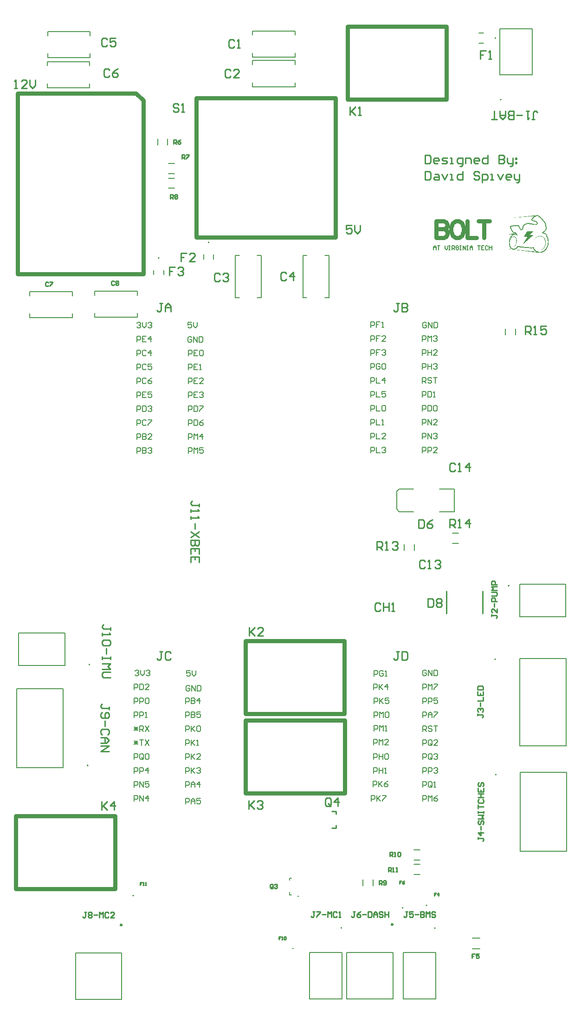
<source format=gto>
G04*
G04 #@! TF.GenerationSoftware,Altium Limited,Altium Designer,18.1.9 (240)*
G04*
G04 Layer_Color=65535*
%FSLAX25Y25*%
%MOIN*%
G70*
G01*
G75*
%ADD10C,0.00787*%
%ADD11C,0.01181*%
%ADD12C,0.01000*%
%ADD13C,0.00600*%
%ADD14C,0.00500*%
%ADD15C,0.02953*%
%ADD16C,0.00800*%
G36*
X264314Y123642D02*
X264529D01*
Y123588D01*
X264690D01*
Y123535D01*
X264797D01*
Y123481D01*
X264905D01*
Y123427D01*
X265012D01*
Y123373D01*
X265120D01*
Y123320D01*
X265173D01*
Y123266D01*
X265281D01*
Y123212D01*
X265335D01*
Y123158D01*
X265442D01*
Y123105D01*
X265496D01*
Y123051D01*
X265549D01*
Y122997D01*
X265603D01*
Y122943D01*
X265657D01*
Y122890D01*
X265711D01*
Y122836D01*
X265764D01*
Y122782D01*
X265872D01*
Y122729D01*
X265926D01*
Y122675D01*
X265979D01*
Y122621D01*
X266033D01*
Y122567D01*
X266141D01*
Y122514D01*
X266194D01*
Y122460D01*
X266248D01*
Y122406D01*
X266302D01*
Y122353D01*
X266355D01*
Y122299D01*
X266409D01*
Y122245D01*
X266463D01*
Y122191D01*
X266517D01*
Y122138D01*
X266570D01*
Y122084D01*
X266624D01*
Y122030D01*
X266678D01*
Y121976D01*
X266732D01*
Y121923D01*
X266785D01*
Y121869D01*
X266839D01*
Y121815D01*
X266893D01*
Y121761D01*
X266947D01*
Y121708D01*
X267000D01*
Y121654D01*
X267054D01*
Y121600D01*
X267108D01*
Y121546D01*
X267161D01*
Y121493D01*
X267215D01*
Y121439D01*
X267269D01*
Y121385D01*
X267323D01*
Y121332D01*
X267376D01*
Y121278D01*
X267430D01*
Y121224D01*
X267484D01*
Y121170D01*
X267538D01*
Y121117D01*
Y121063D01*
X267591D01*
Y121009D01*
X267645D01*
Y120956D01*
X267699D01*
Y120902D01*
X267753D01*
Y120848D01*
X267806D01*
Y120794D01*
X267860D01*
Y120741D01*
X267914D01*
Y120687D01*
X267967D01*
Y120633D01*
X268021D01*
Y120579D01*
X268075D01*
Y120526D01*
X268129D01*
Y120472D01*
X268182D01*
Y120418D01*
Y120364D01*
X268236D01*
Y120311D01*
X268290D01*
Y120257D01*
X268343D01*
Y120203D01*
X268397D01*
Y120150D01*
Y120096D01*
X268451D01*
Y120042D01*
X268505D01*
Y119988D01*
X268559D01*
Y119935D01*
X268612D01*
Y119881D01*
X268666D01*
Y119827D01*
X268720D01*
Y119773D01*
X268773D01*
Y119720D01*
X268827D01*
Y119666D01*
Y119612D01*
X268881D01*
Y119559D01*
X268935D01*
Y119505D01*
X268988D01*
Y119451D01*
X269042D01*
Y119397D01*
X269096D01*
Y119344D01*
Y119290D01*
X269149D01*
Y119236D01*
Y119182D01*
X269203D01*
Y119129D01*
X269257D01*
Y119075D01*
X269311D01*
Y119021D01*
Y118967D01*
X269364D01*
Y118914D01*
X269472D01*
Y118860D01*
Y118806D01*
X269526D01*
Y118753D01*
X269579D01*
Y118699D01*
X269633D01*
Y118645D01*
Y118591D01*
X269687D01*
Y118538D01*
Y118484D01*
X269741D01*
Y118430D01*
Y118376D01*
Y118323D01*
X269794D01*
Y118269D01*
Y118215D01*
X269848D01*
Y118161D01*
Y118108D01*
Y118054D01*
X269902D01*
Y118000D01*
Y117947D01*
X269955D01*
Y117893D01*
Y117839D01*
Y117785D01*
X270009D01*
Y117732D01*
Y117678D01*
Y117624D01*
X270063D01*
Y117570D01*
Y117517D01*
Y117463D01*
Y117409D01*
X270117D01*
Y117356D01*
Y117302D01*
Y117248D01*
Y117194D01*
X270170D01*
Y117141D01*
Y117087D01*
Y117033D01*
X270224D01*
Y116979D01*
Y116926D01*
Y116872D01*
Y116818D01*
X270278D01*
Y116764D01*
Y116711D01*
Y116657D01*
Y116603D01*
Y116550D01*
X270332D01*
Y116496D01*
Y116442D01*
Y116388D01*
Y116335D01*
Y116281D01*
Y116227D01*
X270385D01*
Y116174D01*
Y116120D01*
Y116066D01*
Y116012D01*
Y115958D01*
X270439D01*
Y115905D01*
Y115851D01*
Y115797D01*
Y115744D01*
Y115690D01*
Y115636D01*
Y115582D01*
X270493D01*
Y115529D01*
X270547D01*
Y115475D01*
Y115421D01*
Y115367D01*
Y115314D01*
Y115260D01*
Y115206D01*
Y115153D01*
Y115099D01*
X270600D01*
Y115045D01*
Y114991D01*
Y114938D01*
Y114884D01*
Y114830D01*
Y114777D01*
Y114723D01*
Y114669D01*
Y114615D01*
Y114562D01*
Y114508D01*
Y114454D01*
Y114400D01*
Y114347D01*
Y114293D01*
Y114239D01*
Y114185D01*
Y114132D01*
Y114078D01*
Y114024D01*
Y113970D01*
Y113917D01*
Y113863D01*
Y113809D01*
Y113756D01*
Y113702D01*
X270547D01*
Y113648D01*
Y113594D01*
Y113541D01*
Y113487D01*
Y113433D01*
Y113380D01*
X270493D01*
Y113326D01*
X270439D01*
Y113272D01*
X270493D01*
Y113218D01*
X270439D01*
Y113165D01*
X270385D01*
Y113111D01*
Y113057D01*
X270332D01*
Y113003D01*
Y112950D01*
Y112896D01*
X270278D01*
Y112842D01*
Y112788D01*
X270224D01*
Y112735D01*
X270170D01*
Y112681D01*
X270117D01*
Y112627D01*
X270063D01*
Y112574D01*
Y112520D01*
X270009D01*
Y112466D01*
X269902D01*
Y112412D01*
X269848D01*
Y112359D01*
X269794D01*
Y112305D01*
X269741D01*
Y112251D01*
X269687D01*
Y112197D01*
X269579D01*
Y112144D01*
X269526D01*
Y112090D01*
X269418D01*
Y112036D01*
Y111983D01*
X269364D01*
Y111929D01*
X269257D01*
Y111875D01*
X269203D01*
Y111821D01*
X269149D01*
Y111768D01*
X269042D01*
Y111714D01*
X268988D01*
Y111660D01*
X268881D01*
Y111606D01*
X268827D01*
Y111553D01*
X268720D01*
Y111499D01*
X268666D01*
Y111445D01*
X268559D01*
Y111391D01*
X268505D01*
Y111338D01*
X268397D01*
Y111284D01*
Y111230D01*
X268505D01*
Y111177D01*
X268666D01*
Y111123D01*
X268720D01*
Y111069D01*
X268881D01*
Y111015D01*
X268988D01*
Y110962D01*
X269149D01*
Y110908D01*
X269311D01*
Y110854D01*
X269418D01*
Y110800D01*
X269579D01*
Y110747D01*
X269687D01*
Y110693D01*
X269794D01*
Y110639D01*
X269902D01*
Y110585D01*
X270009D01*
Y110532D01*
X270063D01*
Y110478D01*
X270170D01*
Y110424D01*
X270278D01*
Y110371D01*
X270332D01*
Y110317D01*
X270439D01*
Y110263D01*
X270493D01*
Y110209D01*
Y110156D01*
X270600D01*
Y110102D01*
X270654D01*
Y110048D01*
X270708D01*
Y109994D01*
X270761D01*
Y109941D01*
X270815D01*
Y109887D01*
X270869D01*
Y109833D01*
X270923D01*
Y109780D01*
X270976D01*
Y109726D01*
X271030D01*
Y109672D01*
Y109618D01*
X271084D01*
Y109565D01*
Y109511D01*
X271137D01*
Y109457D01*
Y109403D01*
Y109350D01*
Y109296D01*
Y109242D01*
X271191D01*
Y109188D01*
X271137D01*
Y109135D01*
Y109081D01*
Y109027D01*
Y108974D01*
Y108920D01*
X271084D01*
Y108866D01*
Y108812D01*
X271030D01*
Y108759D01*
Y108705D01*
Y108651D01*
Y108598D01*
X271084D01*
Y108544D01*
X271137D01*
Y108490D01*
Y108436D01*
X271191D01*
Y108383D01*
Y108329D01*
X271245D01*
Y108275D01*
Y108221D01*
X271299D01*
Y108168D01*
Y108114D01*
X271352D01*
Y108060D01*
X271406D01*
Y108007D01*
Y107953D01*
X271460D01*
Y107899D01*
Y107845D01*
X271514D01*
Y107791D01*
Y107738D01*
X271567D01*
Y107684D01*
Y107630D01*
X271621D01*
Y107577D01*
Y107523D01*
Y107469D01*
Y107415D01*
X271675D01*
Y107362D01*
Y107308D01*
X271728D01*
Y107254D01*
Y107201D01*
Y107147D01*
X271782D01*
Y107093D01*
Y107039D01*
Y106986D01*
X271836D01*
Y106932D01*
Y106878D01*
Y106824D01*
X271890D01*
Y106771D01*
Y106717D01*
Y106663D01*
Y106609D01*
X271943D01*
Y106556D01*
Y106502D01*
Y106448D01*
Y106395D01*
Y106341D01*
X271997D01*
Y106287D01*
Y106233D01*
Y106180D01*
Y106126D01*
Y106072D01*
Y106018D01*
X272051D01*
Y105965D01*
Y105911D01*
Y105857D01*
Y105804D01*
Y105750D01*
Y105696D01*
X272105D01*
Y105642D01*
Y105589D01*
Y105535D01*
Y105481D01*
Y105427D01*
Y105374D01*
Y105320D01*
Y105266D01*
Y105212D01*
Y105159D01*
X272158D01*
Y105105D01*
Y105051D01*
Y104998D01*
Y104944D01*
Y104890D01*
Y104836D01*
Y104783D01*
Y104729D01*
Y104675D01*
Y104621D01*
Y104568D01*
Y104514D01*
Y104460D01*
Y104406D01*
Y104353D01*
Y104299D01*
Y104245D01*
Y104192D01*
Y104138D01*
Y104084D01*
Y104030D01*
Y103977D01*
Y103923D01*
Y103869D01*
Y103815D01*
Y103762D01*
X272105D01*
Y103708D01*
Y103654D01*
Y103601D01*
Y103547D01*
Y103493D01*
Y103439D01*
Y103386D01*
Y103332D01*
Y103278D01*
Y103225D01*
X272051D01*
Y103171D01*
Y103117D01*
Y103063D01*
Y103009D01*
Y102956D01*
Y102902D01*
Y102848D01*
X271997D01*
Y102795D01*
Y102741D01*
Y102687D01*
Y102633D01*
Y102580D01*
X271943D01*
Y102526D01*
Y102472D01*
Y102418D01*
Y102365D01*
Y102311D01*
X271890D01*
Y102257D01*
Y102204D01*
Y102150D01*
Y102096D01*
X271836D01*
Y102042D01*
Y101989D01*
Y101935D01*
Y101881D01*
X271782D01*
Y101828D01*
Y101774D01*
Y101720D01*
X271728D01*
Y101666D01*
Y101612D01*
Y101559D01*
X271675D01*
Y101505D01*
Y101451D01*
Y101398D01*
X271621D01*
Y101344D01*
Y101290D01*
Y101236D01*
X271567D01*
Y101183D01*
Y101129D01*
Y101075D01*
X271514D01*
Y101022D01*
Y100968D01*
Y100914D01*
X271460D01*
Y100860D01*
Y100807D01*
X271406D01*
Y100753D01*
Y100699D01*
X271299D01*
Y100645D01*
X271352D01*
Y100592D01*
X271245D01*
Y100538D01*
Y100484D01*
X271191D01*
Y100431D01*
Y100377D01*
X271137D01*
Y100323D01*
Y100269D01*
Y100216D01*
X271084D01*
Y100162D01*
Y100108D01*
X271030D01*
Y100054D01*
Y100001D01*
X270976D01*
Y99947D01*
X270923D01*
Y99893D01*
Y99839D01*
X270869D01*
Y99786D01*
Y99732D01*
X270815D01*
Y99678D01*
X270761D01*
Y99625D01*
Y99571D01*
X270708D01*
Y99517D01*
X270654D01*
Y99463D01*
X270600D01*
Y99410D01*
Y99356D01*
Y99302D01*
X270547D01*
Y99248D01*
X270493D01*
Y99195D01*
X270439D01*
Y99141D01*
X270385D01*
Y99087D01*
Y99033D01*
X270278D01*
Y98980D01*
Y98926D01*
X270224D01*
Y98872D01*
X270170D01*
Y98819D01*
X270117D01*
Y98765D01*
X270063D01*
Y98711D01*
X270009D01*
Y98657D01*
X269955D01*
Y98604D01*
X269902D01*
Y98550D01*
X269848D01*
Y98496D01*
X269794D01*
Y98442D01*
Y98389D01*
X269741D01*
Y98335D01*
X269687D01*
Y98281D01*
X269633D01*
Y98228D01*
X269579D01*
Y98174D01*
X269526D01*
Y98120D01*
X269418D01*
Y98066D01*
X269364D01*
Y98013D01*
X269311D01*
Y97959D01*
X269203D01*
Y97905D01*
X269149D01*
Y97851D01*
X269042D01*
Y97798D01*
X268988D01*
Y97744D01*
X268881D01*
Y97690D01*
X268827D01*
Y97636D01*
X268720D01*
Y97583D01*
X268666D01*
Y97529D01*
X268612D01*
Y97475D01*
X268505D01*
Y97422D01*
X268451D01*
Y97368D01*
X268343D01*
Y97314D01*
X268236D01*
Y97260D01*
X268129D01*
Y97207D01*
X268021D01*
Y97153D01*
X267914D01*
Y97099D01*
X267753D01*
Y97045D01*
X267591D01*
Y96992D01*
X267430D01*
Y96938D01*
X267269D01*
Y96884D01*
X267000D01*
Y96830D01*
X266732D01*
Y96777D01*
X266355D01*
Y96723D01*
X265227D01*
Y96777D01*
X264851D01*
Y96830D01*
X264421D01*
Y96884D01*
X263938D01*
Y96938D01*
X263454D01*
Y96992D01*
X263024D01*
Y97045D01*
X262541D01*
Y97099D01*
X262057D01*
Y97153D01*
X261574D01*
Y97207D01*
X261144D01*
Y97260D01*
X260660D01*
Y97314D01*
X260176D01*
Y97368D01*
X259747D01*
Y97422D01*
X259263D01*
Y97475D01*
X258780D01*
Y97529D01*
Y97583D01*
X258296D01*
Y97636D01*
X257812D01*
Y97690D01*
X257329D01*
Y97744D01*
X256899D01*
Y97798D01*
X256415D01*
Y97851D01*
X255932D01*
Y97905D01*
X255448D01*
Y97959D01*
X255018D01*
Y98013D01*
X254535D01*
Y98066D01*
X254051D01*
Y98120D01*
X253568D01*
Y98174D01*
X253138D01*
Y98228D01*
X252654D01*
Y98281D01*
X252224D01*
Y98335D01*
X251741D01*
Y98389D01*
X251257D01*
Y98442D01*
Y98496D01*
X250774D01*
Y98550D01*
X250290D01*
Y98604D01*
X249807D01*
Y98657D01*
X249323D01*
Y98711D01*
X248893D01*
Y98765D01*
X248410D01*
Y98819D01*
X247926D01*
Y98872D01*
X247442D01*
Y98926D01*
X246905D01*
Y98980D01*
X246368D01*
Y99033D01*
X246045D01*
Y99087D01*
X245562D01*
Y99141D01*
X245132D01*
Y99195D01*
X244648D01*
Y99248D01*
X244165D01*
Y99302D01*
X243735D01*
Y99356D01*
X243681D01*
Y99410D01*
X243198D01*
Y99463D01*
X242714D01*
Y99517D01*
X242177D01*
Y99571D01*
X242714D01*
Y99517D01*
X243305D01*
Y99463D01*
X243843D01*
Y99410D01*
X244433D01*
Y99356D01*
X244595D01*
Y99302D01*
X245024D01*
Y99248D01*
X245562D01*
Y99195D01*
X245669D01*
Y99248D01*
Y99302D01*
X245616D01*
Y99356D01*
X245562D01*
Y99410D01*
X245454D01*
Y99463D01*
X245401D01*
Y99517D01*
X245293D01*
Y99571D01*
X245239D01*
Y99625D01*
X245132D01*
Y99678D01*
X245078D01*
Y99732D01*
X245024D01*
Y99786D01*
X244971D01*
Y99839D01*
X244917D01*
Y99893D01*
X244863D01*
Y99947D01*
X244810D01*
Y100001D01*
X244756D01*
Y100054D01*
Y100108D01*
X244702D01*
Y100162D01*
X244648D01*
Y100216D01*
Y100269D01*
X244595D01*
Y100323D01*
X244541D01*
Y100377D01*
X244487D01*
Y100431D01*
X244433D01*
Y100484D01*
Y100538D01*
X244380D01*
Y100592D01*
X244326D01*
Y100645D01*
Y100699D01*
X244272D01*
Y100753D01*
Y100807D01*
X244219D01*
Y100860D01*
Y100914D01*
X244165D01*
Y100968D01*
Y101022D01*
X244111D01*
Y101075D01*
Y101129D01*
X244057D01*
Y101183D01*
Y101236D01*
Y101290D01*
Y101344D01*
X244004D01*
Y101398D01*
Y101451D01*
X243950D01*
Y101505D01*
Y101559D01*
Y101612D01*
X243896D01*
Y101666D01*
Y101720D01*
Y101774D01*
X243843D01*
Y101828D01*
Y101881D01*
Y101935D01*
Y101989D01*
X243789D01*
Y102042D01*
Y102096D01*
Y102150D01*
Y102204D01*
X243735D01*
Y102257D01*
Y102311D01*
Y102365D01*
Y102418D01*
Y102472D01*
X243681D01*
Y102526D01*
X243628D01*
Y102580D01*
Y102633D01*
Y102687D01*
Y102741D01*
Y102795D01*
Y102848D01*
X243574D01*
Y102902D01*
Y102956D01*
Y103009D01*
Y103063D01*
Y103117D01*
Y103171D01*
Y103225D01*
Y103278D01*
Y103332D01*
Y103386D01*
X243520D01*
Y103439D01*
Y103493D01*
Y103547D01*
Y103601D01*
Y103654D01*
Y103708D01*
Y103762D01*
Y103815D01*
Y103869D01*
Y103923D01*
Y103977D01*
Y104030D01*
Y104084D01*
Y104138D01*
Y104192D01*
Y104245D01*
Y104299D01*
Y104353D01*
Y104406D01*
Y104460D01*
Y104514D01*
X243574D01*
Y104568D01*
Y104621D01*
Y104675D01*
Y104729D01*
Y104783D01*
Y104836D01*
Y104890D01*
Y104944D01*
Y104998D01*
Y105051D01*
X243628D01*
Y105105D01*
Y105159D01*
Y105212D01*
Y105266D01*
Y105320D01*
Y105374D01*
Y105427D01*
X243681D01*
Y105481D01*
X243735D01*
Y105535D01*
Y105589D01*
Y105642D01*
Y105696D01*
Y105750D01*
X243789D01*
Y105804D01*
Y105857D01*
Y105911D01*
Y105965D01*
Y106018D01*
X243843D01*
Y106072D01*
Y106126D01*
Y106180D01*
Y106233D01*
X243896D01*
Y106287D01*
Y106341D01*
Y106395D01*
X243950D01*
Y106448D01*
Y106502D01*
Y106556D01*
Y106609D01*
X244004D01*
Y106663D01*
Y106717D01*
Y106771D01*
X244057D01*
Y106824D01*
Y106878D01*
Y106932D01*
X244111D01*
Y106986D01*
Y107039D01*
Y107093D01*
X244165D01*
Y107147D01*
Y107201D01*
X244219D01*
Y107254D01*
Y107308D01*
X244272D01*
Y107362D01*
Y107415D01*
Y107469D01*
Y107523D01*
X244326D01*
Y107577D01*
Y107630D01*
X244380D01*
Y107684D01*
Y107738D01*
X244433D01*
Y107791D01*
Y107845D01*
X244487D01*
Y107899D01*
Y107953D01*
X244541D01*
Y108007D01*
X244595D01*
Y108060D01*
Y108114D01*
X244702D01*
Y108168D01*
Y108221D01*
X244756D01*
Y108275D01*
X244810D01*
Y108329D01*
Y108383D01*
Y108436D01*
X244863D01*
Y108490D01*
X244917D01*
Y108544D01*
Y108598D01*
X244971D01*
Y108651D01*
X245024D01*
Y108705D01*
Y108759D01*
X245078D01*
Y108812D01*
X245132D01*
Y108866D01*
X245186D01*
Y108920D01*
X245239D01*
Y108974D01*
Y109027D01*
X245293D01*
Y109081D01*
X245347D01*
Y109135D01*
X245401D01*
Y109188D01*
X245454D01*
Y109242D01*
X245562D01*
Y109296D01*
Y109350D01*
X245616D01*
Y109403D01*
X245669D01*
Y109457D01*
X245723D01*
Y109511D01*
X245777D01*
Y109565D01*
X245884D01*
Y109618D01*
X245938D01*
Y109672D01*
X245992D01*
Y109726D01*
X246045D01*
Y109780D01*
X246153D01*
Y109833D01*
X246207D01*
Y109887D01*
Y109941D01*
X244863D01*
Y109994D01*
X243574D01*
Y110048D01*
X242284D01*
Y110102D01*
X240995D01*
Y110156D01*
X239705D01*
Y110209D01*
X240619D01*
Y110263D01*
X242929D01*
Y110317D01*
X245239D01*
Y110371D01*
X247550D01*
Y110424D01*
X248087D01*
Y110371D01*
X248302D01*
Y110424D01*
Y110478D01*
X248248D01*
Y110532D01*
X248195D01*
Y110585D01*
X248141D01*
Y110639D01*
X248033D01*
Y110693D01*
X247980D01*
Y110747D01*
X247872D01*
Y110800D01*
X247657D01*
Y110854D01*
X247228D01*
Y110908D01*
X246744D01*
Y110962D01*
X246637D01*
Y111015D01*
X246583D01*
Y111069D01*
X246529D01*
Y111123D01*
X246475D01*
Y111177D01*
X246422D01*
Y111230D01*
X246368D01*
Y111284D01*
X246314D01*
Y111338D01*
X246260D01*
Y111391D01*
X246207D01*
Y111445D01*
X246153D01*
Y111499D01*
X246099D01*
Y111553D01*
Y111606D01*
X246045D01*
Y111660D01*
X245992D01*
Y111714D01*
Y111768D01*
X245938D01*
Y111821D01*
Y111875D01*
X245884D01*
Y111929D01*
X245830D01*
Y111983D01*
Y112036D01*
Y112090D01*
X245777D01*
Y112144D01*
X245723D01*
Y112197D01*
Y112251D01*
X245669D01*
Y112305D01*
Y112359D01*
X245616D01*
Y112412D01*
Y112466D01*
X245508D01*
Y112520D01*
X245562D01*
Y112574D01*
X245454D01*
Y112627D01*
X245508D01*
Y112681D01*
X245401D01*
Y112735D01*
Y112788D01*
X245347D01*
Y112842D01*
Y112896D01*
X245293D01*
Y112950D01*
Y113003D01*
X245239D01*
Y113057D01*
Y113111D01*
X245186D01*
Y113165D01*
Y113218D01*
X245132D01*
Y113272D01*
Y113326D01*
X245078D01*
Y113380D01*
Y113433D01*
X245024D01*
Y113487D01*
Y113541D01*
Y113594D01*
X244971D01*
Y113648D01*
Y113702D01*
X244917D01*
Y113756D01*
Y113809D01*
X244863D01*
Y113863D01*
Y113917D01*
Y113970D01*
X244810D01*
Y114024D01*
Y114078D01*
X244756D01*
Y114132D01*
Y114185D01*
Y114239D01*
X244702D01*
Y114293D01*
Y114347D01*
X244648D01*
Y114400D01*
Y114454D01*
X244595D01*
Y114508D01*
X244541D01*
Y114562D01*
Y114615D01*
X244487D01*
Y114669D01*
Y114723D01*
Y114777D01*
X244433D01*
Y114830D01*
Y114884D01*
Y114938D01*
X244380D01*
Y114991D01*
Y115045D01*
Y115099D01*
X244326D01*
Y115153D01*
Y115206D01*
Y115260D01*
X244272D01*
Y115314D01*
Y115367D01*
Y115421D01*
Y115475D01*
Y115529D01*
Y115582D01*
Y115636D01*
Y115690D01*
X244326D01*
Y115744D01*
Y115797D01*
X244380D01*
Y115851D01*
X244487D01*
Y115905D01*
X244595D01*
Y115958D01*
X244810D01*
Y116012D01*
Y116066D01*
X242553D01*
Y116120D01*
X243520D01*
Y116174D01*
X244487D01*
Y116227D01*
X245454D01*
Y116281D01*
X246368D01*
Y116335D01*
X247174D01*
Y116388D01*
X248356D01*
Y116442D01*
X249108D01*
Y116496D01*
X250183D01*
Y116442D01*
X250398D01*
Y116388D01*
X250505D01*
Y116335D01*
X250612D01*
Y116281D01*
X250666D01*
Y116227D01*
X250774D01*
Y116174D01*
X250827D01*
Y116120D01*
X250881D01*
Y116066D01*
X250935D01*
Y116012D01*
X250989D01*
Y115958D01*
Y115905D01*
X251042D01*
Y115851D01*
X251096D01*
Y115797D01*
Y115744D01*
X251150D01*
Y115690D01*
Y115636D01*
X251203D01*
Y115582D01*
Y115529D01*
X251257D01*
Y115475D01*
Y115421D01*
X251311D01*
Y115367D01*
Y115314D01*
X251365D01*
Y115260D01*
Y115206D01*
X251418D01*
Y115153D01*
Y115099D01*
X251472D01*
Y115045D01*
Y114991D01*
X251526D01*
Y114938D01*
Y114884D01*
Y114830D01*
X251580D01*
Y114777D01*
Y114723D01*
X251633D01*
Y114669D01*
Y114615D01*
Y114562D01*
X251687D01*
Y114508D01*
X251741D01*
Y114454D01*
Y114400D01*
X251795D01*
Y114347D01*
Y114293D01*
X251848D01*
Y114239D01*
Y114185D01*
X251902D01*
Y114132D01*
Y114078D01*
Y114024D01*
X251956D01*
Y113970D01*
Y113917D01*
X252010D01*
Y113863D01*
X252063D01*
Y113809D01*
Y113756D01*
Y113702D01*
X252117D01*
Y113648D01*
X252171D01*
Y113594D01*
Y113541D01*
X252278D01*
Y113487D01*
X252547D01*
Y113541D01*
X252601D01*
Y113594D01*
X252708D01*
Y113648D01*
X252762D01*
Y113702D01*
X252869D01*
Y113756D01*
X252923D01*
Y113809D01*
Y113863D01*
X252977D01*
Y113917D01*
X253030D01*
Y113970D01*
X253084D01*
Y114024D01*
X253138D01*
Y114078D01*
X253192D01*
Y114132D01*
Y114185D01*
X253245D01*
Y114239D01*
X253299D01*
Y114293D01*
Y114347D01*
X253353D01*
Y114400D01*
Y114454D01*
Y114508D01*
X253407D01*
Y114562D01*
Y114615D01*
Y114669D01*
Y114723D01*
Y114777D01*
Y114830D01*
Y114884D01*
Y114938D01*
Y114991D01*
Y115045D01*
Y115099D01*
Y115153D01*
Y115206D01*
Y115260D01*
Y115314D01*
Y115367D01*
Y115421D01*
Y115475D01*
Y115529D01*
Y115582D01*
Y115636D01*
Y115690D01*
Y115744D01*
X253460D01*
Y115797D01*
Y115851D01*
Y115905D01*
Y115958D01*
X253568D01*
Y116012D01*
Y116066D01*
Y116120D01*
X253621D01*
Y116174D01*
Y116227D01*
X253675D01*
Y116281D01*
Y116335D01*
X253729D01*
Y116388D01*
X253783D01*
Y116442D01*
X253836D01*
Y116496D01*
Y116550D01*
X253890D01*
Y116603D01*
X253944D01*
Y116657D01*
X253997D01*
Y116711D01*
X254051D01*
Y116764D01*
X254105D01*
Y116818D01*
X254212D01*
Y116872D01*
X254266D01*
Y116926D01*
X254320D01*
Y116979D01*
X254427D01*
Y117033D01*
X254535D01*
Y117087D01*
X254642D01*
Y117141D01*
X254750D01*
Y117194D01*
X254803D01*
Y117248D01*
X254965D01*
Y117302D01*
X255072D01*
Y117356D01*
X255180D01*
Y117409D01*
X255287D01*
Y117463D01*
Y117517D01*
X255395D01*
Y117570D01*
X255502D01*
Y117624D01*
X255663D01*
Y117678D01*
X255771D01*
Y117732D01*
X255878D01*
Y117785D01*
X256039D01*
Y117839D01*
X256201D01*
Y117893D01*
X256415D01*
Y117947D01*
X256738D01*
Y118000D01*
X258189D01*
Y117947D01*
X258726D01*
Y117893D01*
X259156D01*
Y117839D01*
X259478D01*
Y117785D01*
X259800D01*
Y117732D01*
X260123D01*
Y117678D01*
X260391D01*
Y117624D01*
X260660D01*
Y117570D01*
X260929D01*
Y117517D01*
X261197D01*
Y117463D01*
X261251D01*
Y117409D01*
X261520D01*
Y117356D01*
X261788D01*
Y117302D01*
X262541D01*
Y117356D01*
X262809D01*
Y117409D01*
X263024D01*
Y117463D01*
Y117517D01*
X263239D01*
Y117570D01*
X263400D01*
Y117624D01*
X263562D01*
Y117678D01*
X263615D01*
Y117732D01*
X263669D01*
Y117785D01*
Y117839D01*
Y117893D01*
Y117947D01*
X263615D01*
Y118000D01*
Y118054D01*
Y118108D01*
X263562D01*
Y118161D01*
Y118215D01*
X263508D01*
Y118269D01*
Y118323D01*
X263454D01*
Y118376D01*
X263400D01*
Y118430D01*
Y118484D01*
X263347D01*
Y118538D01*
X263293D01*
Y118591D01*
X263239D01*
Y118645D01*
X263132D01*
Y118699D01*
X263078D01*
Y118753D01*
X263024D01*
Y118806D01*
X262970D01*
Y118860D01*
X262863D01*
Y118914D01*
X262702D01*
Y118967D01*
X262541D01*
Y119021D01*
X262326D01*
Y119075D01*
X262111D01*
Y119129D01*
X261896D01*
Y119182D01*
X261627D01*
Y119236D01*
X261412D01*
Y119290D01*
Y119344D01*
X261197D01*
Y119397D01*
X260982D01*
Y119451D01*
X260768D01*
Y119505D01*
X260553D01*
Y119559D01*
X260391D01*
Y119612D01*
X260284D01*
Y119666D01*
X260123D01*
Y119720D01*
X260015D01*
Y119773D01*
X259962D01*
Y119827D01*
X259854D01*
Y119881D01*
X259800D01*
Y119935D01*
X259747D01*
Y119988D01*
X259693D01*
Y120042D01*
X259639D01*
Y120096D01*
Y120150D01*
X259585D01*
Y120203D01*
Y120257D01*
Y120311D01*
Y120364D01*
Y120418D01*
Y120472D01*
Y120526D01*
Y120579D01*
Y120633D01*
X259639D01*
Y120687D01*
Y120741D01*
X259693D01*
Y120794D01*
Y120848D01*
X259747D01*
Y120902D01*
X259800D01*
Y120956D01*
X259854D01*
Y121009D01*
X259908D01*
Y121063D01*
Y121117D01*
X259962D01*
Y121170D01*
X260015D01*
Y121224D01*
X260069D01*
Y121278D01*
Y121332D01*
X260123D01*
Y121385D01*
X260176D01*
Y121439D01*
X260230D01*
Y121493D01*
X260284D01*
Y121546D01*
X260338D01*
Y121600D01*
Y121654D01*
X260391D01*
Y121708D01*
X260445D01*
Y121761D01*
X260499D01*
Y121815D01*
X260553D01*
Y121869D01*
X260606D01*
Y121923D01*
X260660D01*
Y121976D01*
X260714D01*
Y122030D01*
X260768D01*
Y122084D01*
X260821D01*
Y122138D01*
X260875D01*
Y122191D01*
X260929D01*
Y122245D01*
X260982D01*
Y122299D01*
X261036D01*
Y122353D01*
X261090D01*
Y122406D01*
X261144D01*
Y122460D01*
X261197D01*
Y122514D01*
X261251D01*
Y122567D01*
X261359D01*
Y122621D01*
X261412D01*
Y122675D01*
X261466D01*
Y122729D01*
X261574D01*
Y122782D01*
X261627D01*
Y122836D01*
X261735D01*
Y122890D01*
Y122943D01*
X261842D01*
Y122997D01*
Y123051D01*
X261197D01*
Y122997D01*
X260445D01*
Y122943D01*
X259747D01*
Y122890D01*
Y122836D01*
X258995D01*
Y122782D01*
X258296D01*
Y122729D01*
X257597D01*
Y122675D01*
X256845D01*
Y122621D01*
X256147D01*
Y122567D01*
X255395D01*
Y122514D01*
X254696D01*
Y122460D01*
X253997D01*
Y122406D01*
X253245D01*
Y122353D01*
X252547D01*
Y122299D01*
X251795D01*
Y122245D01*
X251096D01*
Y122191D01*
X250344D01*
Y122138D01*
X249645D01*
Y122084D01*
X248893D01*
Y122030D01*
X248195D01*
Y121976D01*
X248141D01*
Y121923D01*
X247496D01*
Y121976D01*
X247550D01*
Y122030D01*
X248087D01*
Y122084D01*
X248624D01*
Y122138D01*
X249108D01*
Y122191D01*
X249699D01*
Y122245D01*
X250183D01*
Y122299D01*
X250720D01*
Y122353D01*
X251257D01*
Y122406D01*
X251795D01*
Y122460D01*
X252332D01*
Y122514D01*
X252869D01*
Y122567D01*
X253407D01*
Y122621D01*
X253944D01*
Y122675D01*
X254481D01*
Y122729D01*
X255018D01*
Y122782D01*
X255556D01*
Y122836D01*
X256093D01*
Y122890D01*
X256147D01*
Y122943D01*
X256630D01*
Y122997D01*
X257168D01*
Y123051D01*
X257705D01*
Y123105D01*
X258242D01*
Y123158D01*
X258780D01*
Y123212D01*
X259317D01*
Y123266D01*
X259854D01*
Y123320D01*
X260391D01*
Y123373D01*
X260929D01*
Y123427D01*
X261466D01*
Y123481D01*
X262003D01*
Y123535D01*
X262487D01*
Y123588D01*
X263078D01*
Y123642D01*
X263454D01*
Y123696D01*
X264314D01*
Y123642D01*
D02*
G37*
%LPC*%
G36*
X264206Y123105D02*
X263669D01*
Y123051D01*
X263347D01*
Y122997D01*
X263185D01*
Y122943D01*
X263024D01*
Y122890D01*
X262970D01*
Y122836D01*
X262863D01*
Y122782D01*
X262756D01*
Y122729D01*
X262648D01*
Y122675D01*
X262541D01*
Y122621D01*
X262433D01*
Y122567D01*
X262380D01*
Y122514D01*
X262272D01*
Y122460D01*
X262165D01*
Y122406D01*
X262111D01*
Y122353D01*
X262003D01*
Y122299D01*
X261950D01*
Y122245D01*
X261896D01*
Y122191D01*
X261788D01*
Y122138D01*
X261735D01*
Y122084D01*
X261681D01*
Y122030D01*
X261627D01*
Y121976D01*
Y121923D01*
X261520D01*
Y121869D01*
X261466D01*
Y121815D01*
X261412D01*
Y121761D01*
X261359D01*
Y121708D01*
X261305D01*
Y121654D01*
X261251D01*
Y121600D01*
X261197D01*
Y121546D01*
X261144D01*
Y121493D01*
X261090D01*
Y121439D01*
X261036D01*
Y121385D01*
X260982D01*
Y121332D01*
X260929D01*
Y121278D01*
X260875D01*
Y121224D01*
X260821D01*
Y121170D01*
X260768D01*
Y121117D01*
Y121063D01*
X260714D01*
Y121009D01*
X260660D01*
Y120956D01*
X260606D01*
Y120902D01*
Y120848D01*
X260553D01*
Y120794D01*
X260445D01*
Y120741D01*
Y120687D01*
X260391D01*
Y120633D01*
X260338D01*
Y120579D01*
X260284D01*
Y120526D01*
Y120472D01*
X260230D01*
Y120418D01*
Y120364D01*
X260338D01*
Y120311D01*
X260445D01*
Y120257D01*
X260553D01*
Y120203D01*
X260660D01*
Y120150D01*
X260714D01*
Y120096D01*
X260875D01*
Y120042D01*
X261090D01*
Y119988D01*
X261305D01*
Y119935D01*
X261520D01*
Y119881D01*
X261735D01*
Y119827D01*
X262003D01*
Y119773D01*
X262218D01*
Y119720D01*
X262433D01*
Y119666D01*
X262648D01*
Y119612D01*
X262863D01*
Y119559D01*
X263024D01*
Y119505D01*
X263132D01*
Y119451D01*
X263239D01*
Y119397D01*
X263347D01*
Y119344D01*
X263400D01*
Y119290D01*
X263454D01*
Y119236D01*
X263508D01*
Y119182D01*
X263562D01*
Y119129D01*
X263615D01*
Y119075D01*
X263669D01*
Y119021D01*
X263723D01*
Y118967D01*
X263776D01*
Y118914D01*
X263830D01*
Y118860D01*
X263884D01*
Y118806D01*
X263938D01*
Y118753D01*
Y118699D01*
X263991D01*
Y118645D01*
X264045D01*
Y118591D01*
Y118538D01*
X264099D01*
Y118484D01*
Y118430D01*
X264153D01*
Y118376D01*
Y118323D01*
Y118269D01*
X264206D01*
Y118215D01*
X264260D01*
Y118161D01*
Y118108D01*
Y118054D01*
Y118000D01*
X264314D01*
Y117947D01*
Y117893D01*
Y117839D01*
Y117785D01*
Y117732D01*
Y117678D01*
X264260D01*
Y117624D01*
Y117570D01*
Y117517D01*
X264206D01*
Y117463D01*
X264153D01*
Y117409D01*
Y117356D01*
X264099D01*
Y117302D01*
Y117248D01*
Y117194D01*
X263991D01*
Y117141D01*
X263938D01*
Y117087D01*
X263884D01*
Y117033D01*
X263723D01*
Y116979D01*
X263562D01*
Y116926D01*
X263347D01*
Y116872D01*
X263132D01*
Y116818D01*
X262917D01*
Y116764D01*
X262648D01*
Y116711D01*
X261681D01*
Y116764D01*
X261412D01*
Y116818D01*
X261144D01*
Y116872D01*
X260875D01*
Y116926D01*
X260606D01*
Y116979D01*
X260284D01*
Y117033D01*
X260015D01*
Y117087D01*
X259747D01*
Y117141D01*
X259371D01*
Y117194D01*
X259048D01*
Y117248D01*
X258672D01*
Y117302D01*
X258135D01*
Y117356D01*
X256845D01*
Y117302D01*
X256523D01*
Y117248D01*
X256362D01*
Y117194D01*
X256201D01*
Y117141D01*
X256093D01*
Y117087D01*
X255932D01*
Y117033D01*
X255824D01*
Y116979D01*
X255717D01*
Y116926D01*
X255556D01*
Y116872D01*
X255448D01*
Y116818D01*
X255341D01*
Y116764D01*
X255233D01*
Y116711D01*
X255126D01*
Y116657D01*
X255018D01*
Y116603D01*
X254911D01*
Y116550D01*
Y116496D01*
X254803D01*
Y116442D01*
X254750D01*
Y116388D01*
X254642D01*
Y116335D01*
X254589D01*
Y116281D01*
X254481D01*
Y116227D01*
X254427D01*
Y116174D01*
X254374D01*
Y116120D01*
X254320D01*
Y116066D01*
X254212D01*
Y116012D01*
Y115958D01*
X254159D01*
Y115905D01*
Y115851D01*
X254105D01*
Y115797D01*
Y115744D01*
Y115690D01*
Y115636D01*
X254051D01*
Y115582D01*
Y115529D01*
Y115475D01*
Y115421D01*
Y115367D01*
Y115314D01*
Y115260D01*
Y115206D01*
Y115153D01*
Y115099D01*
Y115045D01*
Y114991D01*
Y114938D01*
Y114884D01*
Y114830D01*
Y114777D01*
Y114723D01*
Y114669D01*
Y114615D01*
Y114562D01*
Y114508D01*
Y114454D01*
X253997D01*
Y114400D01*
Y114347D01*
Y114293D01*
Y114239D01*
X253944D01*
Y114185D01*
Y114132D01*
X253890D01*
Y114078D01*
Y114024D01*
X253836D01*
Y113970D01*
Y113917D01*
X253783D01*
Y113863D01*
Y113809D01*
X253729D01*
Y113756D01*
Y113702D01*
X253675D01*
Y113648D01*
X253621D01*
Y113594D01*
X253568D01*
Y113541D01*
X253514D01*
Y113487D01*
X253460D01*
Y113433D01*
X253407D01*
Y113380D01*
X253353D01*
Y113326D01*
X253299D01*
Y113272D01*
X253245D01*
Y113218D01*
X253192D01*
Y113165D01*
X253084D01*
Y113111D01*
X253030D01*
Y113057D01*
X252923D01*
Y113003D01*
X252816D01*
Y112950D01*
Y112896D01*
X252708D01*
Y112842D01*
X252117D01*
Y112896D01*
X252010D01*
Y112950D01*
X251956D01*
Y113003D01*
X251848D01*
Y113057D01*
X251795D01*
Y113111D01*
X251741D01*
Y113165D01*
X251687D01*
Y113218D01*
X251633D01*
Y113272D01*
X251580D01*
Y113326D01*
Y113380D01*
X251526D01*
Y113433D01*
X251472D01*
Y113487D01*
Y113541D01*
X251418D01*
Y113594D01*
Y113648D01*
X251365D01*
Y113702D01*
Y113756D01*
X251311D01*
Y113809D01*
Y113863D01*
Y113917D01*
X251257D01*
Y113970D01*
Y114024D01*
X251203D01*
Y114078D01*
Y114132D01*
Y114185D01*
X251150D01*
Y114239D01*
Y114293D01*
X251096D01*
Y114347D01*
Y114400D01*
X251042D01*
Y114454D01*
Y114508D01*
Y114562D01*
X250989D01*
Y114615D01*
Y114669D01*
X250935D01*
Y114723D01*
Y114777D01*
Y114830D01*
X250881D01*
Y114884D01*
Y114938D01*
X250827D01*
Y114991D01*
X250774D01*
Y115045D01*
Y115099D01*
X250720D01*
Y115153D01*
X250666D01*
Y115206D01*
Y115260D01*
X250612D01*
Y115314D01*
Y115367D01*
X250559D01*
Y115421D01*
X250505D01*
Y115475D01*
Y115529D01*
X250451D01*
Y115582D01*
X250398D01*
Y115636D01*
Y115690D01*
X250344D01*
Y115744D01*
X250290D01*
Y115797D01*
X250236D01*
Y115851D01*
X250075D01*
Y115905D01*
X248356D01*
Y115851D01*
X247657D01*
Y115797D01*
X247120D01*
Y115744D01*
X246637D01*
Y115690D01*
X246260D01*
Y115636D01*
X246207D01*
Y115582D01*
X245884D01*
Y115529D01*
X245562D01*
Y115475D01*
X245293D01*
Y115421D01*
X245078D01*
Y115367D01*
X244971D01*
Y115314D01*
Y115260D01*
Y115206D01*
Y115153D01*
X245024D01*
Y115099D01*
Y115045D01*
X245078D01*
Y114991D01*
Y114938D01*
Y114884D01*
X245132D01*
Y114830D01*
Y114777D01*
X245186D01*
Y114723D01*
Y114669D01*
Y114615D01*
Y114562D01*
X245239D01*
Y114508D01*
Y114454D01*
X245293D01*
Y114400D01*
Y114347D01*
X245347D01*
Y114293D01*
Y114239D01*
X245401D01*
Y114185D01*
X245454D01*
Y114132D01*
X245401D01*
Y114078D01*
X245508D01*
Y114024D01*
Y113970D01*
X245562D01*
Y113917D01*
Y113863D01*
X245616D01*
Y113809D01*
Y113756D01*
Y113702D01*
X245669D01*
Y113648D01*
Y113594D01*
X245723D01*
Y113541D01*
Y113487D01*
X245777D01*
Y113433D01*
Y113380D01*
X245830D01*
Y113326D01*
Y113272D01*
X245884D01*
Y113218D01*
Y113165D01*
X245938D01*
Y113111D01*
Y113057D01*
X245992D01*
Y113003D01*
Y112950D01*
X246045D01*
Y112896D01*
Y112842D01*
X246099D01*
Y112788D01*
Y112735D01*
Y112681D01*
X246153D01*
Y112627D01*
X246207D01*
Y112574D01*
Y112520D01*
X246260D01*
Y112466D01*
Y112412D01*
X246368D01*
Y112359D01*
Y112305D01*
X246422D01*
Y112251D01*
X246475D01*
Y112197D01*
Y112144D01*
X246529D01*
Y112090D01*
X246583D01*
Y112036D01*
Y111983D01*
Y111929D01*
X246637D01*
Y111875D01*
X246690D01*
Y111821D01*
Y111768D01*
X246744D01*
Y111714D01*
X246798D01*
Y111660D01*
X246851D01*
Y111606D01*
X246905D01*
Y111553D01*
X247281D01*
Y111499D01*
X247765D01*
Y111445D01*
X248033D01*
Y111391D01*
X248195D01*
Y111338D01*
X248302D01*
Y111284D01*
X248356D01*
Y111230D01*
X248410D01*
Y111177D01*
X248517D01*
Y111123D01*
Y111069D01*
X248571D01*
Y111015D01*
X248624D01*
Y110962D01*
X248678D01*
Y110908D01*
X248732D01*
Y110854D01*
X248786D01*
Y110800D01*
X248839D01*
Y110747D01*
X248893D01*
Y110693D01*
X248947D01*
Y110639D01*
X249001D01*
Y110585D01*
X249054D01*
Y110532D01*
X249108D01*
Y110478D01*
Y110424D01*
X249162D01*
Y110371D01*
X249216D01*
Y110317D01*
X249269D01*
Y110263D01*
X249323D01*
Y110209D01*
Y110156D01*
Y110102D01*
X249377D01*
Y110048D01*
X249430D01*
Y109994D01*
X249484D01*
Y109941D01*
X249538D01*
Y109887D01*
Y109833D01*
X249592D01*
Y109780D01*
X249645D01*
Y109726D01*
X249699D01*
Y109672D01*
X249753D01*
Y109618D01*
Y109565D01*
Y109511D01*
Y109457D01*
Y109403D01*
Y109350D01*
Y109296D01*
Y109242D01*
X249699D01*
Y109188D01*
X249645D01*
Y109135D01*
X249323D01*
Y109188D01*
X249269D01*
Y109242D01*
X249216D01*
Y109296D01*
X249162D01*
Y109350D01*
X249108D01*
Y109403D01*
X249001D01*
Y109457D01*
X248947D01*
Y109511D01*
X248839D01*
Y109565D01*
X248678D01*
Y109618D01*
X248571D01*
Y109672D01*
X248356D01*
Y109726D01*
X248033D01*
Y109780D01*
X247765D01*
Y109726D01*
X247389D01*
Y109672D01*
X247228D01*
Y109618D01*
X247066D01*
Y109565D01*
X246959D01*
Y109511D01*
X246798D01*
Y109457D01*
X246744D01*
Y109403D01*
X246637D01*
Y109350D01*
X246529D01*
Y109296D01*
Y109242D01*
X246475D01*
Y109188D01*
X246368D01*
Y109135D01*
X246314D01*
Y109081D01*
X246260D01*
Y109027D01*
X246153D01*
Y108974D01*
X246099D01*
Y108920D01*
X246045D01*
Y108866D01*
X245992D01*
Y108812D01*
X245938D01*
Y108759D01*
X245884D01*
Y108705D01*
X245830D01*
Y108651D01*
X245777D01*
Y108598D01*
X245723D01*
Y108544D01*
X245669D01*
Y108490D01*
X245616D01*
Y108436D01*
Y108383D01*
Y108329D01*
X245562D01*
Y108275D01*
X245508D01*
Y108221D01*
X245454D01*
Y108168D01*
Y108114D01*
X245401D01*
Y108060D01*
X245347D01*
Y108007D01*
X245293D01*
Y107953D01*
X245239D01*
Y107899D01*
Y107845D01*
X245186D01*
Y107791D01*
Y107738D01*
X245132D01*
Y107684D01*
X245078D01*
Y107630D01*
Y107577D01*
X245024D01*
Y107523D01*
Y107469D01*
Y107415D01*
X244971D01*
Y107362D01*
Y107308D01*
X244917D01*
Y107254D01*
Y107201D01*
X244863D01*
Y107147D01*
Y107093D01*
X244810D01*
Y107039D01*
Y106986D01*
Y106932D01*
X244756D01*
Y106878D01*
Y106824D01*
X244702D01*
Y106771D01*
Y106717D01*
X244648D01*
Y106663D01*
Y106609D01*
Y106556D01*
Y106502D01*
X244595D01*
Y106448D01*
X244541D01*
Y106395D01*
X244595D01*
Y106341D01*
X244541D01*
Y106287D01*
X244487D01*
Y106233D01*
Y106180D01*
Y106126D01*
X244433D01*
Y106072D01*
Y106018D01*
Y105965D01*
Y105911D01*
X244380D01*
Y105857D01*
Y105804D01*
Y105750D01*
Y105696D01*
Y105642D01*
X244326D01*
Y105589D01*
Y105535D01*
Y105481D01*
Y105427D01*
Y105374D01*
X244272D01*
Y105320D01*
Y105266D01*
Y105212D01*
Y105159D01*
Y105105D01*
Y105051D01*
X244219D01*
Y104998D01*
Y104944D01*
Y104890D01*
Y104836D01*
Y104783D01*
Y104729D01*
Y104675D01*
Y104621D01*
Y104568D01*
Y104514D01*
X244165D01*
Y104460D01*
Y104406D01*
Y104353D01*
Y104299D01*
Y104245D01*
Y104192D01*
Y104138D01*
Y104084D01*
Y104030D01*
Y103977D01*
Y103923D01*
Y103869D01*
Y103815D01*
Y103762D01*
Y103708D01*
Y103654D01*
Y103601D01*
Y103547D01*
Y103493D01*
Y103439D01*
Y103386D01*
X244219D01*
Y103332D01*
Y103278D01*
Y103225D01*
Y103171D01*
Y103117D01*
Y103063D01*
Y103009D01*
Y102956D01*
Y102902D01*
Y102848D01*
X244272D01*
Y102795D01*
Y102741D01*
Y102687D01*
Y102633D01*
Y102580D01*
Y102526D01*
X244326D01*
Y102472D01*
Y102418D01*
Y102365D01*
Y102311D01*
X244380D01*
Y102257D01*
Y102204D01*
Y102150D01*
Y102096D01*
X244433D01*
Y102042D01*
Y101989D01*
Y101935D01*
Y101881D01*
X244487D01*
Y101828D01*
Y101774D01*
Y101720D01*
X244541D01*
Y101666D01*
X244595D01*
Y101612D01*
Y101559D01*
X244648D01*
Y101505D01*
Y101451D01*
X244702D01*
Y101398D01*
Y101344D01*
X244756D01*
Y101290D01*
Y101236D01*
X244810D01*
Y101183D01*
Y101129D01*
Y101075D01*
X244863D01*
Y101022D01*
Y100968D01*
X244917D01*
Y100914D01*
Y100860D01*
X244971D01*
Y100807D01*
X245024D01*
Y100753D01*
Y100699D01*
X245078D01*
Y100645D01*
X245132D01*
Y100592D01*
Y100538D01*
X245186D01*
Y100484D01*
X245239D01*
Y100431D01*
X245293D01*
Y100377D01*
X245347D01*
Y100323D01*
X245401D01*
Y100269D01*
X245454D01*
Y100216D01*
X245508D01*
Y100162D01*
X245562D01*
Y100108D01*
X245616D01*
Y100054D01*
X245669D01*
Y100001D01*
X245777D01*
Y99947D01*
X245830D01*
Y99893D01*
X245938D01*
Y99839D01*
X246045D01*
Y99786D01*
X246207D01*
Y99732D01*
X246314D01*
Y99678D01*
X246529D01*
Y99625D01*
X247335D01*
Y99678D01*
X247604D01*
Y99732D01*
X247765D01*
Y99786D01*
X247926D01*
Y99839D01*
X248087D01*
Y99893D01*
X248195D01*
Y99947D01*
X248302D01*
Y100001D01*
X248410D01*
Y100054D01*
X248517D01*
Y100108D01*
X248571D01*
Y100162D01*
X248678D01*
Y100216D01*
Y100269D01*
X248732D01*
Y100323D01*
X248839D01*
Y100377D01*
Y100431D01*
X248947D01*
Y100484D01*
X249001D01*
Y100538D01*
X249054D01*
Y100592D01*
X249108D01*
Y100645D01*
X249162D01*
Y100699D01*
X249216D01*
Y100753D01*
X249269D01*
Y100807D01*
Y100860D01*
X249323D01*
Y100914D01*
X249377D01*
Y100968D01*
Y101022D01*
X249430D01*
Y101075D01*
Y101129D01*
Y101183D01*
X249484D01*
Y101236D01*
Y101290D01*
Y101344D01*
X249538D01*
Y101398D01*
X249592D01*
Y101451D01*
X249699D01*
Y101505D01*
X249914D01*
Y101451D01*
X250451D01*
Y101398D01*
X250989D01*
Y101344D01*
X251526D01*
Y101290D01*
X252063D01*
Y101236D01*
X252601D01*
Y101183D01*
X253138D01*
Y101129D01*
X253192D01*
Y101075D01*
X253729D01*
Y101022D01*
X254320D01*
Y100968D01*
X254857D01*
Y100914D01*
X255502D01*
Y100860D01*
X256093D01*
Y100807D01*
X256684D01*
Y100753D01*
X257329D01*
Y100699D01*
X258027D01*
Y100645D01*
X258780D01*
Y100592D01*
X260284D01*
Y100645D01*
X260553D01*
Y100699D01*
X260768D01*
Y100753D01*
X260875D01*
Y100807D01*
X260929D01*
Y100860D01*
X261305D01*
Y100807D01*
X261359D01*
Y100753D01*
Y100699D01*
X261412D01*
Y100645D01*
Y100592D01*
Y100538D01*
X261466D01*
Y100484D01*
Y100431D01*
Y100377D01*
X261574D01*
Y100323D01*
Y100269D01*
Y100216D01*
Y100162D01*
X261627D01*
Y100108D01*
Y100054D01*
X261681D01*
Y100001D01*
Y99947D01*
X261735D01*
Y99893D01*
Y99839D01*
X261788D01*
Y99786D01*
X261842D01*
Y99732D01*
Y99678D01*
Y99625D01*
X261896D01*
Y99571D01*
X261950D01*
Y99517D01*
Y99463D01*
X262003D01*
Y99410D01*
Y99356D01*
X262057D01*
Y99302D01*
Y99248D01*
X262111D01*
Y99195D01*
X262165D01*
Y99141D01*
Y99087D01*
X262218D01*
Y99033D01*
X262272D01*
Y98980D01*
X262326D01*
Y98926D01*
X262380D01*
Y98872D01*
X262433D01*
Y98819D01*
X262487D01*
Y98765D01*
X262541D01*
Y98711D01*
X262594D01*
Y98657D01*
X262648D01*
Y98604D01*
X262702D01*
Y98550D01*
X262756D01*
Y98496D01*
X262809D01*
Y98442D01*
X262863D01*
Y98389D01*
X262917D01*
Y98335D01*
X262970D01*
Y98281D01*
X263024D01*
Y98228D01*
X263132D01*
Y98174D01*
X263239D01*
Y98120D01*
X263293D01*
Y98066D01*
X263400D01*
Y98013D01*
X263454D01*
Y97959D01*
X263562D01*
Y97905D01*
X263669D01*
Y97851D01*
X263830D01*
Y97798D01*
X263938D01*
Y97744D01*
X264045D01*
Y97690D01*
X264206D01*
Y97636D01*
X264368D01*
Y97583D01*
X264529D01*
Y97529D01*
Y97475D01*
X264797D01*
Y97422D01*
X265012D01*
Y97368D01*
X265442D01*
Y97314D01*
X266302D01*
Y97368D01*
X266678D01*
Y97422D01*
X266947D01*
Y97475D01*
X267108D01*
Y97529D01*
X267161D01*
Y97583D01*
X267323D01*
Y97636D01*
X267484D01*
Y97690D01*
X267591D01*
Y97744D01*
X267699D01*
Y97798D01*
X267860D01*
Y97851D01*
X267967D01*
Y97905D01*
X268075D01*
Y97959D01*
X268182D01*
Y98013D01*
X268236D01*
Y98066D01*
X268343D01*
Y98120D01*
X268451D01*
Y98174D01*
X268505D01*
Y98228D01*
X268612D01*
Y98281D01*
X268666D01*
Y98335D01*
X268773D01*
Y98389D01*
X268827D01*
Y98442D01*
X268881D01*
Y98496D01*
X268935D01*
Y98550D01*
X268988D01*
Y98604D01*
X269042D01*
Y98657D01*
X269096D01*
Y98711D01*
X269149D01*
Y98765D01*
X269257D01*
Y98819D01*
X269311D01*
Y98872D01*
X269364D01*
Y98926D01*
X269418D01*
Y98980D01*
X269472D01*
Y99033D01*
Y99087D01*
X269579D01*
Y99141D01*
X269633D01*
Y99195D01*
X269687D01*
Y99248D01*
X269741D01*
Y99302D01*
Y99356D01*
X269794D01*
Y99410D01*
X269848D01*
Y99463D01*
Y99517D01*
X269902D01*
Y99571D01*
X269955D01*
Y99625D01*
X270009D01*
Y99678D01*
X270063D01*
Y99732D01*
Y99786D01*
X270117D01*
Y99839D01*
X270170D01*
Y99893D01*
Y99947D01*
X270224D01*
Y100001D01*
X270278D01*
Y100054D01*
Y100108D01*
X270332D01*
Y100162D01*
X270385D01*
Y100216D01*
Y100269D01*
Y100323D01*
X270439D01*
Y100377D01*
X270493D01*
Y100431D01*
Y100484D01*
X270600D01*
Y100538D01*
Y100592D01*
X270654D01*
Y100645D01*
Y100699D01*
X270708D01*
Y100753D01*
Y100807D01*
Y100860D01*
X270761D01*
Y100914D01*
Y100968D01*
X270815D01*
Y101022D01*
Y101075D01*
X270869D01*
Y101129D01*
Y101183D01*
Y101236D01*
X270923D01*
Y101290D01*
Y101344D01*
X270976D01*
Y101398D01*
Y101451D01*
Y101505D01*
X271030D01*
Y101559D01*
Y101612D01*
Y101666D01*
X271084D01*
Y101720D01*
Y101774D01*
Y101828D01*
X271137D01*
Y101881D01*
Y101935D01*
Y101989D01*
X271191D01*
Y102042D01*
Y102096D01*
Y102150D01*
Y102204D01*
X271245D01*
Y102257D01*
Y102311D01*
Y102365D01*
X271299D01*
Y102418D01*
Y102472D01*
Y102526D01*
Y102580D01*
Y102633D01*
X271352D01*
Y102687D01*
Y102741D01*
X271406D01*
Y102795D01*
Y102848D01*
Y102902D01*
Y102956D01*
X271460D01*
Y103009D01*
Y103063D01*
Y103117D01*
Y103171D01*
Y103225D01*
Y103278D01*
X271514D01*
Y103332D01*
Y103386D01*
Y103439D01*
Y103493D01*
Y103547D01*
Y103601D01*
Y103654D01*
Y103708D01*
Y103762D01*
Y103815D01*
X271567D01*
Y103869D01*
Y103923D01*
Y103977D01*
Y104030D01*
Y104084D01*
Y104138D01*
Y104192D01*
Y104245D01*
Y104299D01*
Y104353D01*
Y104406D01*
Y104460D01*
Y104514D01*
Y104568D01*
Y104621D01*
Y104675D01*
Y104729D01*
Y104783D01*
Y104836D01*
Y104890D01*
Y104944D01*
Y104998D01*
Y105051D01*
Y105105D01*
Y105159D01*
X271514D01*
Y105212D01*
Y105266D01*
Y105320D01*
Y105374D01*
Y105427D01*
Y105481D01*
Y105535D01*
Y105589D01*
Y105642D01*
X271460D01*
Y105696D01*
Y105750D01*
Y105804D01*
Y105857D01*
Y105911D01*
Y105965D01*
Y106018D01*
X271352D01*
Y106072D01*
X271406D01*
Y106126D01*
Y106180D01*
Y106233D01*
X271352D01*
Y106287D01*
X271299D01*
Y106341D01*
Y106395D01*
Y106448D01*
Y106502D01*
X271245D01*
Y106556D01*
Y106609D01*
Y106663D01*
Y106717D01*
X271191D01*
Y106771D01*
Y106824D01*
Y106878D01*
X271137D01*
Y106932D01*
Y106986D01*
Y107039D01*
X271084D01*
Y107093D01*
Y107147D01*
Y107201D01*
X271030D01*
Y107254D01*
Y107308D01*
X270976D01*
Y107362D01*
Y107415D01*
Y107469D01*
X270923D01*
Y107523D01*
Y107577D01*
Y107630D01*
X270869D01*
Y107684D01*
Y107738D01*
X270815D01*
Y107791D01*
Y107845D01*
X270761D01*
Y107899D01*
Y107953D01*
X270708D01*
Y108007D01*
Y108060D01*
X270654D01*
Y108114D01*
X270600D01*
Y108168D01*
Y108221D01*
X270547D01*
Y108275D01*
Y108329D01*
X270439D01*
Y108383D01*
Y108436D01*
Y108490D01*
X270385D01*
Y108544D01*
X270332D01*
Y108598D01*
X270278D01*
Y108651D01*
Y108705D01*
Y108759D01*
X270224D01*
Y108812D01*
X270278D01*
Y108866D01*
Y108920D01*
Y108974D01*
X270332D01*
Y109027D01*
X270439D01*
Y109081D01*
X270493D01*
Y109135D01*
X270547D01*
Y109188D01*
Y109242D01*
Y109296D01*
Y109350D01*
X270493D01*
Y109403D01*
X270439D01*
Y109457D01*
X270385D01*
Y109511D01*
X270332D01*
Y109565D01*
X270278D01*
Y109618D01*
X270224D01*
Y109672D01*
X270117D01*
Y109726D01*
X270063D01*
Y109780D01*
X269955D01*
Y109833D01*
X269902D01*
Y109887D01*
X269794D01*
Y109941D01*
X269687D01*
Y109994D01*
X269579D01*
Y110048D01*
X269526D01*
Y110102D01*
X269364D01*
Y110156D01*
X269311D01*
Y110209D01*
X269257D01*
Y110263D01*
X269149D01*
Y110317D01*
X269042D01*
Y110371D01*
X268881D01*
Y110424D01*
X268720D01*
Y110478D01*
X268559D01*
Y110532D01*
X268451D01*
Y110585D01*
X268236D01*
Y110639D01*
X268021D01*
Y110693D01*
X267753D01*
Y110747D01*
X267430D01*
Y110800D01*
X267376D01*
Y110854D01*
X267323D01*
Y110908D01*
X267269D01*
Y110962D01*
Y111015D01*
Y111069D01*
Y111123D01*
Y111177D01*
Y111230D01*
X267323D01*
Y111284D01*
X267376D01*
Y111338D01*
Y111391D01*
X267484D01*
Y111445D01*
X267538D01*
Y111499D01*
X267591D01*
Y111553D01*
X267699D01*
Y111606D01*
X267753D01*
Y111660D01*
X267860D01*
Y111714D01*
X267914D01*
Y111768D01*
X268021D01*
Y111821D01*
X268075D01*
Y111875D01*
X268182D01*
Y111929D01*
X268290D01*
Y111983D01*
X268343D01*
Y112036D01*
Y112090D01*
X268451D01*
Y112144D01*
X268505D01*
Y112197D01*
X268559D01*
Y112251D01*
X268666D01*
Y112305D01*
X268720D01*
Y112359D01*
X268827D01*
Y112412D01*
X268881D01*
Y112466D01*
X268988D01*
Y112520D01*
X269042D01*
Y112574D01*
X269149D01*
Y112627D01*
X269203D01*
Y112681D01*
X269257D01*
Y112735D01*
X269311D01*
Y112788D01*
X269418D01*
Y112842D01*
X269472D01*
Y112896D01*
X269526D01*
Y112950D01*
Y113003D01*
X269579D01*
Y113057D01*
X269633D01*
Y113111D01*
X269741D01*
Y113165D01*
X269794D01*
Y113218D01*
Y113272D01*
X269848D01*
Y113326D01*
Y113380D01*
Y113433D01*
X269902D01*
Y113487D01*
Y113541D01*
Y113594D01*
Y113648D01*
Y113702D01*
X269955D01*
Y113756D01*
Y113809D01*
Y113863D01*
Y113917D01*
Y113970D01*
Y114024D01*
Y114078D01*
Y114132D01*
Y114185D01*
Y114239D01*
Y114293D01*
Y114347D01*
Y114400D01*
Y114454D01*
Y114508D01*
Y114562D01*
Y114615D01*
Y114669D01*
Y114723D01*
Y114777D01*
Y114830D01*
Y114884D01*
Y114938D01*
Y114991D01*
Y115045D01*
X269902D01*
Y115099D01*
Y115153D01*
Y115206D01*
Y115260D01*
Y115314D01*
Y115367D01*
Y115421D01*
Y115475D01*
X269848D01*
Y115529D01*
Y115582D01*
Y115636D01*
Y115690D01*
Y115744D01*
Y115797D01*
Y115851D01*
X269794D01*
Y115905D01*
Y115958D01*
Y116012D01*
Y116066D01*
Y116120D01*
Y116174D01*
X269741D01*
Y116227D01*
Y116281D01*
Y116335D01*
Y116388D01*
Y116442D01*
X269687D01*
Y116496D01*
Y116550D01*
Y116603D01*
Y116657D01*
X269633D01*
Y116711D01*
Y116764D01*
Y116818D01*
Y116872D01*
X269579D01*
Y116926D01*
X269526D01*
Y116979D01*
Y117033D01*
Y117087D01*
Y117141D01*
X269472D01*
Y117194D01*
Y117248D01*
Y117302D01*
X269418D01*
Y117356D01*
Y117409D01*
Y117463D01*
Y117517D01*
X269364D01*
Y117570D01*
Y117624D01*
Y117678D01*
X269311D01*
Y117732D01*
Y117785D01*
Y117839D01*
X269257D01*
Y117893D01*
Y117947D01*
X269203D01*
Y118000D01*
Y118054D01*
Y118108D01*
X269149D01*
Y118161D01*
Y118215D01*
X269096D01*
Y118269D01*
X269042D01*
Y118323D01*
Y118376D01*
Y118430D01*
X268988D01*
Y118484D01*
X268935D01*
Y118538D01*
Y118591D01*
X268881D01*
Y118645D01*
X268827D01*
Y118699D01*
X268773D01*
Y118753D01*
X268720D01*
Y118806D01*
X268666D01*
Y118860D01*
X268612D01*
Y118914D01*
X268559D01*
Y118967D01*
X268505D01*
Y119021D01*
Y119075D01*
X268451D01*
Y119129D01*
X268397D01*
Y119182D01*
X268343D01*
Y119236D01*
X268290D01*
Y119290D01*
Y119344D01*
X268236D01*
Y119397D01*
X268182D01*
Y119451D01*
Y119505D01*
X268129D01*
Y119559D01*
X268075D01*
Y119612D01*
X268021D01*
Y119666D01*
X267967D01*
Y119720D01*
X267914D01*
Y119773D01*
X267860D01*
Y119827D01*
X267806D01*
Y119881D01*
X267753D01*
Y119935D01*
X267699D01*
Y119988D01*
X267645D01*
Y120042D01*
X267591D01*
Y120096D01*
X267538D01*
Y120150D01*
Y120203D01*
X267484D01*
Y120257D01*
X267430D01*
Y120311D01*
Y120364D01*
X267376D01*
Y120418D01*
X267323D01*
Y120472D01*
X267269D01*
Y120526D01*
X267215D01*
Y120579D01*
X267161D01*
Y120633D01*
X267108D01*
Y120687D01*
X267054D01*
Y120741D01*
X266947D01*
Y120794D01*
Y120848D01*
X266893D01*
Y120902D01*
X266839D01*
Y120956D01*
X266785D01*
Y121009D01*
X266732D01*
Y121063D01*
X266678D01*
Y121117D01*
Y121170D01*
X266624D01*
Y121224D01*
X266570D01*
Y121278D01*
X266517D01*
Y121332D01*
X266463D01*
Y121385D01*
X266355D01*
Y121439D01*
X266302D01*
Y121493D01*
X266248D01*
Y121546D01*
X266194D01*
Y121600D01*
X266141D01*
Y121654D01*
X266087D01*
Y121708D01*
X266033D01*
Y121761D01*
X265979D01*
Y121815D01*
X265926D01*
Y121869D01*
X265872D01*
Y121923D01*
X265818D01*
Y121976D01*
X265764D01*
Y122030D01*
X265711D01*
Y122084D01*
X265657D01*
Y122138D01*
X265603D01*
Y122191D01*
X265549D01*
Y122245D01*
X265442D01*
Y122299D01*
X265388D01*
Y122353D01*
X265335D01*
Y122406D01*
X265227D01*
Y122460D01*
X265173D01*
Y122514D01*
X265120D01*
Y122567D01*
X265066D01*
Y122621D01*
X264959D01*
Y122675D01*
X264905D01*
Y122729D01*
X264797D01*
Y122782D01*
X264744D01*
Y122836D01*
X264636D01*
Y122890D01*
Y122943D01*
X264529D01*
Y122997D01*
X264368D01*
Y123051D01*
X264206D01*
Y123105D01*
D02*
G37*
G36*
X250344Y100807D02*
X249968D01*
Y100753D01*
Y100699D01*
X249914D01*
Y100645D01*
Y100592D01*
X249860D01*
Y100538D01*
X249807D01*
Y100484D01*
X249753D01*
Y100431D01*
X249699D01*
Y100377D01*
Y100323D01*
X249645D01*
Y100269D01*
Y100216D01*
X249592D01*
Y100162D01*
X249538D01*
Y100108D01*
X249484D01*
Y100054D01*
X249430D01*
Y100001D01*
X249377D01*
Y99947D01*
X249323D01*
Y99893D01*
X249269D01*
Y99839D01*
X249216D01*
Y99786D01*
X249108D01*
Y99732D01*
X249054D01*
Y99678D01*
X248947D01*
Y99625D01*
X248893D01*
Y99571D01*
X248786D01*
Y99517D01*
X248678D01*
Y99463D01*
X248571D01*
Y99410D01*
X248463D01*
Y99356D01*
Y99302D01*
X248356D01*
Y99248D01*
X248195D01*
Y99195D01*
X248087D01*
Y99141D01*
X247872D01*
Y99087D01*
X247818D01*
Y99033D01*
Y98980D01*
X248517D01*
Y98926D01*
X249054D01*
Y98872D01*
X249645D01*
Y98819D01*
X250236D01*
Y98765D01*
X250774D01*
Y98711D01*
X251365D01*
Y98657D01*
X251956D01*
Y98604D01*
X252493D01*
Y98550D01*
X253084D01*
Y98496D01*
X253621D01*
Y98442D01*
X253675D01*
Y98389D01*
X254212D01*
Y98335D01*
X254803D01*
Y98281D01*
X255395D01*
Y98228D01*
X255986D01*
Y98174D01*
X256577D01*
Y98120D01*
X257114D01*
Y98066D01*
X257705D01*
Y98013D01*
X258296D01*
Y97959D01*
X258887D01*
Y97905D01*
X259478D01*
Y97851D01*
X260015D01*
Y97798D01*
X260606D01*
Y97744D01*
X261197D01*
Y97690D01*
X261735D01*
Y97636D01*
X262326D01*
Y97583D01*
X262863D01*
Y97529D01*
X262970D01*
Y97583D01*
X262863D01*
Y97636D01*
Y97690D01*
X262756D01*
Y97744D01*
X262648D01*
Y97798D01*
X262594D01*
Y97851D01*
X262487D01*
Y97905D01*
X262433D01*
Y97959D01*
X262380D01*
Y98013D01*
X262326D01*
Y98066D01*
X262272D01*
Y98120D01*
X262218D01*
Y98174D01*
X262165D01*
Y98228D01*
X262111D01*
Y98281D01*
X262057D01*
Y98335D01*
X262003D01*
Y98389D01*
X261950D01*
Y98442D01*
Y98496D01*
X261896D01*
Y98550D01*
X261842D01*
Y98604D01*
X261788D01*
Y98657D01*
Y98711D01*
X261735D01*
Y98765D01*
X261681D01*
Y98819D01*
X261627D01*
Y98872D01*
X261574D01*
Y98926D01*
X261520D01*
Y98980D01*
X261466D01*
Y99033D01*
Y99087D01*
X261412D01*
Y99141D01*
Y99195D01*
X261359D01*
Y99248D01*
X261305D01*
Y99302D01*
Y99356D01*
Y99410D01*
X261251D01*
Y99463D01*
Y99517D01*
X261197D01*
Y99571D01*
Y99625D01*
X261144D01*
Y99678D01*
Y99732D01*
X261090D01*
Y99786D01*
Y99839D01*
X261036D01*
Y99893D01*
Y99947D01*
X260982D01*
Y100001D01*
Y100054D01*
Y100108D01*
X260929D01*
Y100054D01*
X260714D01*
Y100001D01*
X260338D01*
Y99947D01*
X258726D01*
Y100001D01*
X257974D01*
Y100054D01*
X257275D01*
Y100108D01*
X256630D01*
Y100162D01*
X256039D01*
Y100216D01*
X255502D01*
Y100269D01*
X255395D01*
Y100323D01*
X254803D01*
Y100377D01*
X254266D01*
Y100431D01*
X253675D01*
Y100484D01*
X253084D01*
Y100538D01*
X252547D01*
Y100592D01*
X252010D01*
Y100645D01*
X251418D01*
Y100699D01*
X250881D01*
Y100753D01*
X250344D01*
Y100807D01*
D02*
G37*
%LPD*%
G36*
X261950Y105750D02*
Y105696D01*
Y105642D01*
X261896D01*
Y105696D01*
Y105750D01*
Y105804D01*
X261950D01*
Y105750D01*
D02*
G37*
G36*
X244810D02*
Y105696D01*
Y105642D01*
X244756D01*
Y105696D01*
Y105750D01*
Y105804D01*
X244810D01*
Y105750D01*
D02*
G37*
G36*
X261896Y105535D02*
Y105481D01*
X261842D01*
Y105535D01*
Y105589D01*
X261896D01*
Y105535D01*
D02*
G37*
G36*
X261842Y105427D02*
Y105374D01*
X261788D01*
Y105427D01*
Y105481D01*
X261842D01*
Y105427D01*
D02*
G37*
G36*
X261788Y105266D02*
Y105212D01*
X261735D01*
Y105266D01*
Y105320D01*
X261788D01*
Y105266D01*
D02*
G37*
G36*
X261735Y105105D02*
Y105051D01*
X261681D01*
Y105105D01*
Y105159D01*
X261735D01*
Y105105D01*
D02*
G37*
G36*
X260875Y112251D02*
Y112197D01*
X260929D01*
Y112144D01*
Y112090D01*
Y112036D01*
X260875D01*
Y111983D01*
Y111929D01*
X260821D01*
Y111875D01*
X260768D01*
Y111821D01*
X260714D01*
Y111768D01*
X260660D01*
Y111714D01*
X260606D01*
Y111660D01*
X260553D01*
Y111606D01*
X260499D01*
Y111553D01*
X260445D01*
Y111499D01*
X260391D01*
Y111445D01*
X260338D01*
Y111391D01*
X260284D01*
Y111338D01*
X260230D01*
Y111284D01*
X260176D01*
Y111230D01*
X260123D01*
Y111177D01*
X260069D01*
Y111123D01*
Y111069D01*
X260015D01*
Y111015D01*
X259962D01*
Y110962D01*
X259908D01*
Y110908D01*
X259854D01*
Y110854D01*
X259800D01*
Y110800D01*
X259747D01*
Y110747D01*
X259693D01*
Y110693D01*
X259639D01*
Y110639D01*
X259585D01*
Y110585D01*
X259532D01*
Y110532D01*
X259478D01*
Y110478D01*
X259424D01*
Y110424D01*
X259371D01*
Y110371D01*
X259317D01*
Y110317D01*
X259263D01*
Y110263D01*
X259209D01*
Y110209D01*
Y110156D01*
X259156D01*
Y110102D01*
Y110048D01*
X259102D01*
Y109994D01*
X259048D01*
Y109941D01*
X258995D01*
Y109887D01*
X258941D01*
Y109833D01*
X258887D01*
Y109780D01*
X258833D01*
Y109726D01*
X258726D01*
Y109672D01*
Y109618D01*
X258672D01*
Y109565D01*
Y109511D01*
X258726D01*
Y109457D01*
X258780D01*
Y109403D01*
X259478D01*
Y109457D01*
X260821D01*
Y109403D01*
X260875D01*
Y109350D01*
Y109296D01*
Y109242D01*
Y109188D01*
Y109135D01*
X260821D01*
Y109081D01*
X260768D01*
Y109027D01*
X260714D01*
Y108974D01*
X260660D01*
Y108920D01*
X260606D01*
Y108866D01*
X260499D01*
Y108812D01*
X260445D01*
Y108759D01*
X260391D01*
Y108705D01*
X260338D01*
Y108651D01*
X260230D01*
Y108598D01*
X260176D01*
Y108544D01*
X260123D01*
Y108490D01*
X260069D01*
Y108436D01*
X260015D01*
Y108383D01*
X259962D01*
Y108329D01*
X259908D01*
Y108275D01*
X259854D01*
Y108221D01*
X259800D01*
Y108168D01*
X259747D01*
Y108114D01*
X259693D01*
Y108060D01*
X259585D01*
Y108007D01*
X259532D01*
Y107953D01*
X259478D01*
Y107899D01*
X259424D01*
Y107845D01*
X259371D01*
Y107791D01*
X259263D01*
Y107738D01*
X259209D01*
Y107684D01*
X259156D01*
Y107630D01*
X259102D01*
Y107577D01*
X258995D01*
Y107523D01*
Y107469D01*
X258941D01*
Y107415D01*
X258887D01*
Y107362D01*
X258833D01*
Y107308D01*
X258780D01*
Y107254D01*
X258672D01*
Y107201D01*
X258618D01*
Y107147D01*
X258565D01*
Y107093D01*
X258511D01*
Y107039D01*
X258403D01*
Y106986D01*
X258350D01*
Y106932D01*
X258296D01*
Y106878D01*
X258242D01*
Y106824D01*
X258189D01*
Y106771D01*
X258081D01*
Y106717D01*
X258027D01*
Y106663D01*
X257974D01*
Y106609D01*
X257920D01*
Y106556D01*
Y106502D01*
X257812D01*
Y106448D01*
X257759D01*
Y106395D01*
X257705D01*
Y106341D01*
X257651D01*
Y106287D01*
X257597D01*
Y106233D01*
X257544D01*
Y106180D01*
X257436D01*
Y106126D01*
X257382D01*
Y106072D01*
X257329D01*
Y106018D01*
X257275D01*
Y105965D01*
X257221D01*
Y105911D01*
X257114D01*
Y105857D01*
X257060D01*
Y105804D01*
X257006D01*
Y105750D01*
X256953D01*
Y105696D01*
X256899D01*
Y105642D01*
X256845D01*
Y105589D01*
X256791D01*
Y105535D01*
X256738D01*
Y105481D01*
X256684D01*
Y105427D01*
X256630D01*
Y105374D01*
X256523D01*
Y105320D01*
X256469D01*
Y105266D01*
X256415D01*
Y105212D01*
X256362D01*
Y105159D01*
X256308D01*
Y105105D01*
X256254D01*
Y105051D01*
X256147D01*
Y104998D01*
X256093D01*
Y104944D01*
X256039D01*
Y104890D01*
X255932D01*
Y104836D01*
X255878D01*
Y104783D01*
Y104729D01*
X255824D01*
Y104675D01*
X255771D01*
Y104621D01*
X255717D01*
Y104568D01*
X255663D01*
Y104514D01*
X255556D01*
Y104460D01*
X255502D01*
Y104406D01*
X255448D01*
Y104353D01*
X255395D01*
Y104299D01*
X255341D01*
Y104245D01*
X255233D01*
Y104192D01*
X255180D01*
Y104138D01*
X255126D01*
Y104084D01*
X255072D01*
Y104030D01*
X254965D01*
Y103977D01*
X254911D01*
Y103923D01*
X254857D01*
Y103869D01*
Y103815D01*
X254803D01*
Y103762D01*
X254750D01*
Y103708D01*
X254642D01*
Y103654D01*
X254589D01*
Y103601D01*
X254535D01*
Y103547D01*
X254481D01*
Y103493D01*
X254427D01*
Y103439D01*
X254374D01*
Y103386D01*
X254266D01*
Y103332D01*
X254212D01*
Y103278D01*
X253944D01*
Y103332D01*
X253890D01*
Y103386D01*
Y103439D01*
Y103493D01*
Y103547D01*
X253944D01*
Y103601D01*
Y103654D01*
X253997D01*
Y103708D01*
X254051D01*
Y103762D01*
X254105D01*
Y103815D01*
Y103869D01*
Y103923D01*
X254159D01*
Y103977D01*
X254212D01*
Y104030D01*
Y104084D01*
X254266D01*
Y104138D01*
X254320D01*
Y104192D01*
Y104245D01*
X254374D01*
Y104299D01*
X254427D01*
Y104353D01*
Y104406D01*
X254535D01*
Y104460D01*
Y104514D01*
X254589D01*
Y104568D01*
X254642D01*
Y104621D01*
Y104675D01*
X254696D01*
Y104729D01*
Y104783D01*
X254750D01*
Y104836D01*
Y104890D01*
X254803D01*
Y104944D01*
X254857D01*
Y104998D01*
Y105051D01*
X254911D01*
Y105105D01*
X254965D01*
Y105159D01*
Y105212D01*
X255018D01*
Y105266D01*
X255072D01*
Y105320D01*
Y105374D01*
X255126D01*
Y105427D01*
X255180D01*
Y105481D01*
Y105535D01*
X255233D01*
Y105589D01*
X255287D01*
Y105642D01*
X255341D01*
Y105696D01*
Y105750D01*
X255395D01*
Y105804D01*
X255448D01*
Y105857D01*
Y105911D01*
X255502D01*
Y105965D01*
Y106018D01*
X255556D01*
Y106072D01*
X255609D01*
Y106126D01*
Y106180D01*
X255663D01*
Y106233D01*
X255717D01*
Y106287D01*
Y106341D01*
X255771D01*
Y106395D01*
X255824D01*
Y106448D01*
Y106502D01*
X255878D01*
Y106556D01*
Y106609D01*
X255932D01*
Y106663D01*
Y106717D01*
X255986D01*
Y106771D01*
X256039D01*
Y106824D01*
Y106878D01*
X256093D01*
Y106932D01*
X256147D01*
Y106986D01*
Y107039D01*
X256201D01*
Y107093D01*
X256254D01*
Y107147D01*
X256308D01*
Y107201D01*
X256362D01*
Y107254D01*
X256415D01*
Y107308D01*
Y107362D01*
X256469D01*
Y107415D01*
X256523D01*
Y107469D01*
Y107523D01*
Y107577D01*
X256577D01*
Y107630D01*
X256630D01*
Y107684D01*
Y107738D01*
X256684D01*
Y107791D01*
Y107845D01*
X256738D01*
Y107899D01*
X256791D01*
Y107953D01*
X256845D01*
Y108007D01*
Y108060D01*
Y108114D01*
X256791D01*
Y108168D01*
X256738D01*
Y108221D01*
X254535D01*
Y108275D01*
X254481D01*
Y108329D01*
Y108383D01*
Y108436D01*
Y108490D01*
Y108544D01*
Y108598D01*
X254535D01*
Y108651D01*
Y108705D01*
X254589D01*
Y108759D01*
X254642D01*
Y108812D01*
Y108866D01*
X254696D01*
Y108920D01*
X254750D01*
Y108974D01*
Y109027D01*
X254803D01*
Y109081D01*
Y109135D01*
X254857D01*
Y109188D01*
X254911D01*
Y109242D01*
Y109296D01*
Y109350D01*
X254965D01*
Y109403D01*
X255018D01*
Y109457D01*
Y109511D01*
X255072D01*
Y109565D01*
X255126D01*
Y109618D01*
Y109672D01*
X255180D01*
Y109726D01*
Y109780D01*
X255233D01*
Y109833D01*
X255287D01*
Y109887D01*
Y109941D01*
X255341D01*
Y109994D01*
X255395D01*
Y110048D01*
X255448D01*
Y110102D01*
X255502D01*
Y110156D01*
Y110209D01*
Y110263D01*
X255556D01*
Y110317D01*
X255609D01*
Y110371D01*
Y110424D01*
X255663D01*
Y110478D01*
Y110532D01*
X255717D01*
Y110585D01*
X255771D01*
Y110639D01*
Y110693D01*
X255824D01*
Y110747D01*
X255878D01*
Y110800D01*
Y110854D01*
X255932D01*
Y110908D01*
X255986D01*
Y110962D01*
Y111015D01*
X256039D01*
Y111069D01*
Y111123D01*
X256093D01*
Y111177D01*
Y111230D01*
X256147D01*
Y111284D01*
Y111338D01*
X256201D01*
Y111391D01*
X256308D01*
Y111445D01*
X256254D01*
Y111499D01*
X256362D01*
Y111553D01*
Y111606D01*
X256415D01*
Y111660D01*
X256469D01*
Y111714D01*
Y111768D01*
X256523D01*
Y111821D01*
Y111875D01*
X256577D01*
Y111929D01*
X256630D01*
Y111983D01*
Y112036D01*
Y112090D01*
X256684D01*
Y112144D01*
X256738D01*
Y112197D01*
Y112251D01*
X256845D01*
Y112305D01*
X260875D01*
Y112251D01*
D02*
G37*
G36*
X247281Y108544D02*
X247550D01*
Y108490D01*
X247657D01*
Y108436D01*
X247818D01*
Y108383D01*
Y108329D01*
X247926D01*
Y108275D01*
X247980D01*
Y108221D01*
X248087D01*
Y108168D01*
X248141D01*
Y108114D01*
X248248D01*
Y108060D01*
X248302D01*
Y108007D01*
X248356D01*
Y107953D01*
Y107899D01*
X248410D01*
Y107845D01*
X248463D01*
Y107791D01*
X248517D01*
Y107738D01*
Y107684D01*
X248571D01*
Y107630D01*
X248624D01*
Y107577D01*
Y107523D01*
X248678D01*
Y107469D01*
Y107415D01*
X248732D01*
Y107362D01*
Y107308D01*
X248786D01*
Y107254D01*
Y107201D01*
X248839D01*
Y107147D01*
Y107093D01*
Y107039D01*
X248893D01*
Y106986D01*
Y106932D01*
X248947D01*
Y106878D01*
Y106824D01*
Y106771D01*
X249001D01*
Y106717D01*
Y106663D01*
Y106609D01*
Y106556D01*
X249054D01*
Y106502D01*
X249108D01*
Y106448D01*
Y106395D01*
Y106341D01*
Y106287D01*
Y106233D01*
X249162D01*
Y106180D01*
Y106126D01*
Y106072D01*
Y106018D01*
Y105965D01*
X249216D01*
Y105911D01*
Y105857D01*
Y105804D01*
Y105750D01*
Y105696D01*
Y105642D01*
Y105589D01*
Y105535D01*
Y105481D01*
Y105427D01*
Y105374D01*
Y105320D01*
Y105266D01*
X249269D01*
Y105212D01*
Y105159D01*
Y105105D01*
Y105051D01*
X249216D01*
Y104998D01*
Y104944D01*
Y104890D01*
Y104836D01*
Y104783D01*
Y104729D01*
Y104675D01*
Y104621D01*
Y104568D01*
Y104514D01*
Y104460D01*
Y104406D01*
Y104353D01*
X249162D01*
Y104299D01*
Y104245D01*
Y104192D01*
Y104138D01*
Y104084D01*
Y104030D01*
X249108D01*
Y103977D01*
Y103923D01*
Y103869D01*
Y103815D01*
Y103762D01*
X249054D01*
Y103708D01*
X249001D01*
Y103654D01*
Y103601D01*
X249054D01*
Y103547D01*
X249001D01*
Y103493D01*
X248947D01*
Y103439D01*
Y103386D01*
Y103332D01*
X248893D01*
Y103278D01*
Y103225D01*
Y103171D01*
X248839D01*
Y103117D01*
Y103063D01*
Y103009D01*
X248786D01*
Y102956D01*
Y102902D01*
Y102848D01*
X248732D01*
Y102795D01*
Y102741D01*
X248678D01*
Y102687D01*
Y102633D01*
Y102580D01*
X248624D01*
Y102526D01*
X248571D01*
Y102472D01*
Y102418D01*
X248517D01*
Y102365D01*
Y102311D01*
X248463D01*
Y102257D01*
X248410D01*
Y102204D01*
Y102150D01*
X248356D01*
Y102096D01*
X248302D01*
Y102042D01*
Y101989D01*
Y101935D01*
X248248D01*
Y101881D01*
X248195D01*
Y101828D01*
X248141D01*
Y101774D01*
X248087D01*
Y101720D01*
X248033D01*
Y101666D01*
X247980D01*
Y101612D01*
X247926D01*
Y101559D01*
X247872D01*
Y101505D01*
X247818D01*
Y101451D01*
X247711D01*
Y101398D01*
X247657D01*
Y101344D01*
X247550D01*
Y101290D01*
X247442D01*
Y101344D01*
X247496D01*
Y101398D01*
X247550D01*
Y101451D01*
X247657D01*
Y101505D01*
X247711D01*
Y101559D01*
X247765D01*
Y101612D01*
X247818D01*
Y101666D01*
X247872D01*
Y101720D01*
Y101774D01*
X247926D01*
Y101828D01*
X247980D01*
Y101881D01*
X248033D01*
Y101935D01*
Y101989D01*
X248087D01*
Y102042D01*
Y102096D01*
X248195D01*
Y102150D01*
Y102204D01*
X248248D01*
Y102257D01*
Y102311D01*
X248302D01*
Y102365D01*
Y102418D01*
X248356D01*
Y102472D01*
Y102526D01*
X248410D01*
Y102580D01*
Y102633D01*
X248463D01*
Y102687D01*
Y102741D01*
X248517D01*
Y102795D01*
Y102848D01*
Y102902D01*
X248571D01*
Y102956D01*
Y103009D01*
Y103063D01*
Y103117D01*
X248624D01*
Y103171D01*
Y103225D01*
Y103278D01*
X248678D01*
Y103332D01*
Y103386D01*
Y103439D01*
Y103493D01*
X248732D01*
Y103547D01*
Y103601D01*
Y103654D01*
Y103708D01*
X248786D01*
Y103762D01*
Y103815D01*
Y103869D01*
Y103923D01*
Y103977D01*
Y104030D01*
Y104084D01*
X248839D01*
Y104138D01*
Y104192D01*
Y104245D01*
Y104299D01*
Y104353D01*
Y104406D01*
Y104460D01*
Y104514D01*
Y104568D01*
Y104621D01*
X248893D01*
Y104675D01*
Y104729D01*
Y104783D01*
Y104836D01*
Y104890D01*
Y104944D01*
Y104998D01*
Y105051D01*
Y105105D01*
Y105159D01*
Y105212D01*
Y105266D01*
Y105320D01*
X248839D01*
Y105374D01*
Y105427D01*
Y105481D01*
Y105535D01*
Y105589D01*
Y105642D01*
Y105696D01*
Y105750D01*
Y105804D01*
Y105857D01*
Y105911D01*
X248786D01*
Y105965D01*
Y106018D01*
Y106072D01*
Y106126D01*
Y106180D01*
Y106233D01*
X248732D01*
Y106287D01*
Y106341D01*
Y106395D01*
Y106448D01*
X248678D01*
Y106502D01*
Y106556D01*
Y106609D01*
Y106663D01*
X248624D01*
Y106717D01*
Y106771D01*
Y106824D01*
X248571D01*
Y106878D01*
Y106932D01*
X248517D01*
Y106986D01*
Y107039D01*
X248463D01*
Y107093D01*
Y107147D01*
Y107201D01*
X248410D01*
Y107254D01*
Y107308D01*
X248356D01*
Y107362D01*
X248302D01*
Y107415D01*
Y107469D01*
X248248D01*
Y107523D01*
Y107577D01*
X248195D01*
Y107630D01*
X248141D01*
Y107684D01*
X248087D01*
Y107738D01*
X248033D01*
Y107791D01*
X247980D01*
Y107845D01*
X247926D01*
Y107899D01*
X247872D01*
Y107953D01*
X247765D01*
Y108007D01*
X247711D01*
Y108060D01*
X247604D01*
Y108114D01*
X247496D01*
Y108168D01*
X247335D01*
Y108221D01*
X246744D01*
Y108168D01*
X246583D01*
Y108114D01*
X246422D01*
Y108060D01*
X246314D01*
Y108007D01*
X246260D01*
Y107953D01*
X246153D01*
Y107899D01*
X246099D01*
Y107845D01*
X245992D01*
Y107791D01*
X245938D01*
Y107738D01*
X245884D01*
Y107684D01*
X245830D01*
Y107630D01*
X245777D01*
Y107577D01*
X245723D01*
Y107523D01*
Y107469D01*
X245669D01*
Y107415D01*
X245616D01*
Y107362D01*
Y107308D01*
X245562D01*
Y107254D01*
X245508D01*
Y107201D01*
X245454D01*
Y107147D01*
X245401D01*
Y107093D01*
Y107039D01*
X245347D01*
Y106986D01*
X245293D01*
Y106932D01*
X245239D01*
Y106878D01*
Y106824D01*
X245186D01*
Y106771D01*
Y106717D01*
X245132D01*
Y106663D01*
Y106609D01*
Y106556D01*
X245078D01*
Y106502D01*
Y106448D01*
X245024D01*
Y106395D01*
Y106341D01*
Y106287D01*
X244971D01*
Y106233D01*
Y106180D01*
X244917D01*
Y106126D01*
Y106072D01*
Y106018D01*
X244863D01*
Y105965D01*
Y105911D01*
Y105857D01*
X244810D01*
Y105911D01*
Y105965D01*
Y106018D01*
Y106072D01*
X244863D01*
Y106126D01*
Y106180D01*
Y106233D01*
Y106287D01*
X244917D01*
Y106341D01*
Y106395D01*
Y106448D01*
X244971D01*
Y106502D01*
Y106556D01*
Y106609D01*
Y106663D01*
X245024D01*
Y106717D01*
Y106771D01*
Y106824D01*
X245078D01*
Y106878D01*
Y106932D01*
X245132D01*
Y106986D01*
Y107039D01*
X245186D01*
Y107093D01*
Y107147D01*
X245239D01*
Y107201D01*
Y107254D01*
X245293D01*
Y107308D01*
Y107362D01*
X245347D01*
Y107415D01*
X245401D01*
Y107469D01*
Y107523D01*
Y107577D01*
X245454D01*
Y107630D01*
X245508D01*
Y107684D01*
X245562D01*
Y107738D01*
X245616D01*
Y107791D01*
X245669D01*
Y107845D01*
X245723D01*
Y107899D01*
X245777D01*
Y107953D01*
Y108007D01*
X245884D01*
Y108060D01*
X245938D01*
Y108114D01*
X245992D01*
Y108168D01*
X246045D01*
Y108221D01*
X246153D01*
Y108275D01*
X246260D01*
Y108329D01*
X246314D01*
Y108383D01*
X246368D01*
Y108436D01*
X246475D01*
Y108490D01*
X246637D01*
Y108544D01*
X246905D01*
Y108598D01*
X247281D01*
Y108544D01*
D02*
G37*
G36*
X266463Y108920D02*
X266785D01*
Y108866D01*
X267000D01*
Y108812D01*
X267161D01*
Y108759D01*
X267323D01*
Y108705D01*
X267430D01*
Y108651D01*
X267538D01*
Y108598D01*
X267645D01*
Y108544D01*
X267753D01*
Y108490D01*
X267860D01*
Y108436D01*
X267914D01*
Y108383D01*
X267967D01*
Y108329D01*
X268021D01*
Y108275D01*
X268129D01*
Y108221D01*
X268182D01*
Y108168D01*
X268236D01*
Y108114D01*
X268343D01*
Y108060D01*
X268397D01*
Y108007D01*
X268451D01*
Y107953D01*
X268505D01*
Y107899D01*
X268559D01*
Y107845D01*
X268612D01*
Y107791D01*
X268666D01*
Y107738D01*
X268720D01*
Y107684D01*
X268773D01*
Y107630D01*
X268827D01*
Y107577D01*
X268881D01*
Y107523D01*
X268935D01*
Y107469D01*
Y107415D01*
Y107362D01*
X268988D01*
Y107308D01*
X269042D01*
Y107254D01*
X269096D01*
Y107201D01*
Y107147D01*
X269149D01*
Y107093D01*
X269203D01*
Y107039D01*
Y106986D01*
X269257D01*
Y106932D01*
Y106878D01*
X269311D01*
Y106824D01*
Y106771D01*
X269364D01*
Y106717D01*
Y106663D01*
X269418D01*
Y106609D01*
Y106556D01*
X269472D01*
Y106502D01*
Y106448D01*
Y106395D01*
X269526D01*
Y106341D01*
Y106287D01*
X269579D01*
Y106233D01*
X269633D01*
Y106180D01*
Y106126D01*
X269687D01*
Y106072D01*
Y106018D01*
Y105965D01*
X269741D01*
Y105911D01*
Y105857D01*
Y105804D01*
X269794D01*
Y105750D01*
Y105696D01*
Y105642D01*
Y105589D01*
X269848D01*
Y105535D01*
Y105481D01*
Y105427D01*
Y105374D01*
X269902D01*
Y105320D01*
Y105266D01*
Y105212D01*
Y105159D01*
Y105105D01*
Y105051D01*
X269955D01*
Y104998D01*
Y104944D01*
Y104890D01*
Y104836D01*
Y104783D01*
Y104729D01*
Y104675D01*
Y104621D01*
X270009D01*
Y104568D01*
Y104514D01*
Y104460D01*
Y104406D01*
Y104353D01*
Y104299D01*
Y104245D01*
Y104192D01*
Y104138D01*
Y104084D01*
Y104030D01*
Y103977D01*
Y103923D01*
Y103869D01*
Y103815D01*
Y103762D01*
Y103708D01*
Y103654D01*
Y103601D01*
Y103547D01*
Y103493D01*
Y103439D01*
X269955D01*
Y103386D01*
Y103332D01*
Y103278D01*
Y103225D01*
Y103171D01*
Y103117D01*
Y103063D01*
Y103009D01*
Y102956D01*
X269902D01*
Y102902D01*
Y102848D01*
Y102795D01*
Y102741D01*
Y102687D01*
Y102633D01*
X269848D01*
Y102580D01*
Y102526D01*
Y102472D01*
Y102418D01*
X269794D01*
Y102365D01*
Y102311D01*
Y102257D01*
Y102204D01*
X269741D01*
Y102150D01*
Y102096D01*
Y102042D01*
Y101989D01*
X269687D01*
Y101935D01*
Y101881D01*
Y101828D01*
X269633D01*
Y101774D01*
Y101720D01*
Y101666D01*
X269526D01*
Y101612D01*
Y101559D01*
Y101505D01*
X269472D01*
Y101451D01*
Y101398D01*
X269418D01*
Y101344D01*
Y101290D01*
X269364D01*
Y101236D01*
Y101183D01*
Y101129D01*
X269311D01*
Y101075D01*
Y101022D01*
X269257D01*
Y100968D01*
Y100914D01*
X269203D01*
Y100860D01*
Y100807D01*
X269149D01*
Y100753D01*
Y100699D01*
X269096D01*
Y100645D01*
Y100592D01*
X269042D01*
Y100538D01*
X268988D01*
Y100484D01*
X268935D01*
Y100431D01*
Y100377D01*
X268881D01*
Y100323D01*
X268827D01*
Y100269D01*
Y100216D01*
Y100162D01*
X268773D01*
Y100108D01*
X268720D01*
Y100054D01*
X268666D01*
Y100001D01*
X268612D01*
Y99947D01*
X268559D01*
Y99893D01*
X268505D01*
Y99839D01*
X268451D01*
Y99786D01*
X268397D01*
Y99732D01*
X268343D01*
Y99678D01*
X268290D01*
Y99625D01*
X268236D01*
Y99571D01*
X268182D01*
Y99517D01*
X268129D01*
Y99463D01*
X268075D01*
Y99410D01*
X268021D01*
Y99356D01*
Y99302D01*
X267914D01*
Y99248D01*
X267860D01*
Y99195D01*
X267806D01*
Y99141D01*
X267753D01*
Y99087D01*
X267645D01*
Y99033D01*
X267538D01*
Y98980D01*
X267484D01*
Y98926D01*
X267376D01*
Y98872D01*
X267269D01*
Y98819D01*
X267161D01*
Y98765D01*
X267054D01*
Y98711D01*
X266947D01*
Y98657D01*
X266785D01*
Y98604D01*
X266624D01*
Y98550D01*
X266463D01*
Y98604D01*
X266570D01*
Y98657D01*
X266732D01*
Y98711D01*
X266839D01*
Y98765D01*
X266947D01*
Y98819D01*
X267054D01*
Y98872D01*
X267108D01*
Y98926D01*
X267215D01*
Y98980D01*
X267323D01*
Y99033D01*
X267376D01*
Y99087D01*
X267484D01*
Y99141D01*
X267538D01*
Y99195D01*
X267591D01*
Y99248D01*
X267699D01*
Y99302D01*
Y99356D01*
X267753D01*
Y99410D01*
X267806D01*
Y99463D01*
X267860D01*
Y99517D01*
X267914D01*
Y99571D01*
X267967D01*
Y99625D01*
X268021D01*
Y99678D01*
X268075D01*
Y99732D01*
X268129D01*
Y99786D01*
X268182D01*
Y99839D01*
X268236D01*
Y99893D01*
X268290D01*
Y99947D01*
X268343D01*
Y100001D01*
X268397D01*
Y100054D01*
X268451D01*
Y100108D01*
Y100162D01*
X268505D01*
Y100216D01*
Y100269D01*
X268559D01*
Y100323D01*
X268612D01*
Y100377D01*
Y100431D01*
X268666D01*
Y100484D01*
Y100538D01*
X268720D01*
Y100592D01*
X268827D01*
Y100645D01*
Y100699D01*
X268881D01*
Y100753D01*
Y100807D01*
X268935D01*
Y100860D01*
Y100914D01*
X268988D01*
Y100968D01*
Y101022D01*
X269042D01*
Y101075D01*
Y101129D01*
Y101183D01*
X269096D01*
Y101236D01*
Y101290D01*
X269149D01*
Y101344D01*
Y101398D01*
X269203D01*
Y101451D01*
Y101505D01*
Y101559D01*
X269257D01*
Y101612D01*
Y101666D01*
Y101720D01*
X269311D01*
Y101774D01*
Y101828D01*
Y101881D01*
X269364D01*
Y101935D01*
Y101989D01*
Y102042D01*
X269418D01*
Y102096D01*
Y102150D01*
Y102204D01*
Y102257D01*
X269472D01*
Y102311D01*
Y102365D01*
Y102418D01*
Y102472D01*
X269526D01*
Y102526D01*
Y102580D01*
Y102633D01*
Y102687D01*
Y102741D01*
X269579D01*
Y102795D01*
Y102848D01*
X269633D01*
Y102902D01*
Y102956D01*
Y103009D01*
Y103063D01*
Y103117D01*
Y103171D01*
X269579D01*
Y103225D01*
X269687D01*
Y103278D01*
Y103332D01*
Y103386D01*
Y103439D01*
Y103493D01*
Y103547D01*
Y103601D01*
Y103654D01*
Y103708D01*
Y103762D01*
Y103815D01*
Y103869D01*
Y103923D01*
Y103977D01*
Y104030D01*
Y104084D01*
Y104138D01*
Y104192D01*
Y104245D01*
Y104299D01*
Y104353D01*
Y104406D01*
Y104460D01*
Y104514D01*
Y104568D01*
Y104621D01*
X269633D01*
Y104675D01*
Y104729D01*
Y104783D01*
Y104836D01*
Y104890D01*
Y104944D01*
X269579D01*
Y104998D01*
Y105051D01*
X269526D01*
Y105105D01*
Y105159D01*
Y105212D01*
Y105266D01*
Y105320D01*
X269472D01*
Y105374D01*
Y105427D01*
Y105481D01*
Y105535D01*
X269418D01*
Y105589D01*
Y105642D01*
Y105696D01*
Y105750D01*
X269364D01*
Y105804D01*
Y105857D01*
Y105911D01*
X269311D01*
Y105965D01*
Y106018D01*
X269257D01*
Y106072D01*
Y106126D01*
Y106180D01*
X269203D01*
Y106233D01*
Y106287D01*
X269149D01*
Y106341D01*
Y106395D01*
X269096D01*
Y106448D01*
Y106502D01*
X269042D01*
Y106556D01*
Y106609D01*
Y106663D01*
X268988D01*
Y106717D01*
Y106771D01*
X268935D01*
Y106824D01*
Y106878D01*
X268881D01*
Y106932D01*
X268827D01*
Y106986D01*
X268773D01*
Y107039D01*
X268720D01*
Y107093D01*
Y107147D01*
X268666D01*
Y107201D01*
X268612D01*
Y107254D01*
X268559D01*
Y107308D01*
Y107362D01*
X268505D01*
Y107415D01*
X268451D01*
Y107469D01*
X268397D01*
Y107523D01*
Y107577D01*
X268343D01*
Y107630D01*
X268290D01*
Y107684D01*
X268236D01*
Y107738D01*
X268182D01*
Y107791D01*
X268075D01*
Y107845D01*
X268021D01*
Y107899D01*
X267967D01*
Y107953D01*
X267860D01*
Y108007D01*
X267806D01*
Y108060D01*
X267699D01*
Y108114D01*
X267645D01*
Y108168D01*
X267538D01*
Y108221D01*
X267484D01*
Y108275D01*
X267376D01*
Y108329D01*
X267269D01*
Y108383D01*
X267215D01*
Y108436D01*
X267108D01*
Y108490D01*
X266947D01*
Y108544D01*
X266785D01*
Y108598D01*
X266517D01*
Y108651D01*
X266141D01*
Y108705D01*
X265603D01*
Y108651D01*
X265227D01*
Y108598D01*
X264959D01*
Y108544D01*
X264797D01*
Y108490D01*
X264636D01*
Y108436D01*
X264529D01*
Y108383D01*
X264475D01*
Y108329D01*
X264368D01*
Y108275D01*
X264260D01*
Y108221D01*
X264153D01*
Y108168D01*
X264045D01*
Y108114D01*
X263938D01*
Y108060D01*
X263884D01*
Y108007D01*
X263776D01*
Y107953D01*
X263723D01*
Y107899D01*
X263615D01*
Y107845D01*
X263562D01*
Y107791D01*
X263508D01*
Y107738D01*
X263454D01*
Y107684D01*
X263347D01*
Y107630D01*
X263293D01*
Y107577D01*
X263239D01*
Y107523D01*
X263185D01*
Y107469D01*
X263132D01*
Y107415D01*
X263078D01*
Y107362D01*
X263024D01*
Y107308D01*
X262970D01*
Y107254D01*
X262917D01*
Y107201D01*
X262863D01*
Y107147D01*
Y107093D01*
X262809D01*
Y107039D01*
X262756D01*
Y106986D01*
X262702D01*
Y106932D01*
X262648D01*
Y106878D01*
Y106824D01*
X262594D01*
Y106771D01*
X262541D01*
Y106717D01*
X262487D01*
Y106663D01*
Y106609D01*
X262433D01*
Y106556D01*
X262380D01*
Y106502D01*
X262326D01*
Y106448D01*
Y106395D01*
X262272D01*
Y106341D01*
Y106287D01*
X262218D01*
Y106233D01*
X262165D01*
Y106180D01*
Y106126D01*
X262111D01*
Y106072D01*
Y106018D01*
X262057D01*
Y105965D01*
Y105911D01*
X262003D01*
Y105857D01*
Y105804D01*
X261950D01*
Y105857D01*
Y105911D01*
Y105965D01*
X262003D01*
Y106018D01*
Y106072D01*
X262057D01*
Y106126D01*
Y106180D01*
X262111D01*
Y106233D01*
Y106287D01*
X262165D01*
Y106341D01*
Y106395D01*
X262218D01*
Y106448D01*
Y106502D01*
X262272D01*
Y106556D01*
Y106609D01*
Y106663D01*
X262326D01*
Y106717D01*
X262380D01*
Y106771D01*
Y106824D01*
X262433D01*
Y106878D01*
X262487D01*
Y106932D01*
Y106986D01*
X262594D01*
Y107039D01*
Y107093D01*
X262648D01*
Y107147D01*
X262702D01*
Y107201D01*
Y107254D01*
X262756D01*
Y107308D01*
X262809D01*
Y107362D01*
X262863D01*
Y107415D01*
X262917D01*
Y107469D01*
Y107523D01*
X262970D01*
Y107577D01*
X263024D01*
Y107630D01*
X263078D01*
Y107684D01*
Y107738D01*
X263132D01*
Y107791D01*
X263185D01*
Y107845D01*
X263293D01*
Y107899D01*
X263347D01*
Y107953D01*
X263400D01*
Y108007D01*
X263454D01*
Y108060D01*
X263562D01*
Y108114D01*
X263615D01*
Y108168D01*
X263723D01*
Y108221D01*
X263776D01*
Y108275D01*
X263884D01*
Y108329D01*
X263938D01*
Y108383D01*
X263991D01*
Y108436D01*
X264045D01*
Y108490D01*
X264153D01*
Y108544D01*
X264260D01*
Y108598D01*
X264368D01*
Y108651D01*
X264475D01*
Y108705D01*
X264636D01*
Y108759D01*
X264744D01*
Y108812D01*
X264959D01*
Y108866D01*
X265173D01*
Y108920D01*
X265442D01*
Y108974D01*
X266463D01*
Y108920D01*
D02*
G37*
G36*
X266302Y98442D02*
X266194D01*
Y98389D01*
X266033D01*
Y98442D01*
X266087D01*
Y98496D01*
X266302D01*
Y98442D01*
D02*
G37*
D10*
X190792Y-388011D02*
G03*
X190792Y-388011I-394J0D01*
G01*
X234082Y-194982D02*
G03*
X234082Y-194982I-394J0D01*
G01*
X123538Y-387873D02*
G03*
X123538Y-387873I-394J0D01*
G01*
X243841Y-142229D02*
G03*
X243841Y-142229I-394J0D01*
G01*
X-57369Y-198839D02*
G03*
X-57369Y-198839I-394J0D01*
G01*
X-58726Y-271258D02*
G03*
X-58726Y-271258I-394J0D01*
G01*
X234568Y-277803D02*
G03*
X234568Y-277803I-394J0D01*
G01*
X238046Y206734D02*
G03*
X238046Y206734I-394J0D01*
G01*
X164697Y-72867D02*
X174934D01*
X162926Y-74638D02*
X164697Y-72867D01*
X162926Y-87237D02*
X164697Y-89028D01*
X193634Y-89009D02*
X204264D01*
X193634Y-72867D02*
X204264D01*
Y-89009D02*
Y-72867D01*
X162926Y-87237D02*
Y-74638D01*
X164697Y-89009D02*
X174934D01*
X85895Y-364080D02*
X87470D01*
X85895D02*
Y-362112D01*
Y-353450D02*
Y-352270D01*
X85896Y-352269D02*
X87469D01*
X189449Y98980D02*
Y100816D01*
X190367Y101735D01*
X191286Y100816D01*
Y98980D01*
Y100357D01*
X189449D01*
X192204Y101735D02*
X194041D01*
X193122D01*
Y98980D01*
X197714Y101735D02*
Y99898D01*
X198632Y98980D01*
X199551Y99898D01*
Y101735D01*
X200469D02*
X201387D01*
X200928D01*
Y98980D01*
X200469D01*
X201387D01*
X202765D02*
Y101735D01*
X204142D01*
X204601Y101276D01*
Y100357D01*
X204142Y99898D01*
X202765D01*
X203683D02*
X204601Y98980D01*
X207356Y101276D02*
X206897Y101735D01*
X205979D01*
X205520Y101276D01*
Y99439D01*
X205979Y98980D01*
X206897D01*
X207356Y99439D01*
Y100357D01*
X206438D01*
X208275Y101735D02*
X209193D01*
X208734D01*
Y98980D01*
X208275D01*
X209193D01*
X210571D02*
Y101735D01*
X212407Y98980D01*
Y101735D01*
X213326D02*
X214244D01*
X213785D01*
Y98980D01*
X213326D01*
X214244D01*
X215621D02*
Y100816D01*
X216540Y101735D01*
X217458Y100816D01*
Y98980D01*
Y100357D01*
X215621D01*
X221132Y101735D02*
X222968D01*
X222050D01*
Y98980D01*
X225723Y101735D02*
X223887D01*
Y98980D01*
X225723D01*
X223887Y100357D02*
X224805D01*
X228478Y101276D02*
X228019Y101735D01*
X227101D01*
X226642Y101276D01*
Y99439D01*
X227101Y98980D01*
X228019D01*
X228478Y99439D01*
X229397Y101735D02*
Y98980D01*
Y100357D01*
X231233D01*
Y101735D01*
Y98980D01*
D11*
X-34411Y-385774D02*
G03*
X-34411Y-385774I-551J0D01*
G01*
X160273Y-385421D02*
G03*
X160273Y-385421I-551J0D01*
G01*
D12*
X92213Y-365182D02*
G03*
X92213Y-365182I-176J0D01*
G01*
X224731Y-162057D02*
Y-146309D01*
X198747Y-162057D02*
Y-146309D01*
X117525Y-304036D02*
X119257D01*
X119257Y-306005D02*
Y-304036D01*
X116502D02*
X117525D01*
X119257Y-316004D02*
Y-314036D01*
X116501Y-316004D02*
X119257D01*
X183205Y166854D02*
Y160856D01*
X186204D01*
X187203Y161856D01*
Y165855D01*
X186204Y166854D01*
X183205D01*
X192202Y160856D02*
X190202D01*
X189203Y161856D01*
Y163855D01*
X190202Y164855D01*
X192202D01*
X193201Y163855D01*
Y162856D01*
X189203D01*
X195201Y160856D02*
X198200D01*
X199199Y161856D01*
X198200Y162856D01*
X196201D01*
X195201Y163855D01*
X196201Y164855D01*
X199199D01*
X201199Y160856D02*
X203198D01*
X202199D01*
Y164855D01*
X201199D01*
X208197Y158857D02*
X209196D01*
X210196Y159856D01*
Y164855D01*
X207197D01*
X206197Y163855D01*
Y161856D01*
X207197Y160856D01*
X210196D01*
X212195D02*
Y164855D01*
X215194D01*
X216194Y163855D01*
Y160856D01*
X221192D02*
X219193D01*
X218193Y161856D01*
Y163855D01*
X219193Y164855D01*
X221192D01*
X222192Y163855D01*
Y162856D01*
X218193D01*
X228190Y166854D02*
Y160856D01*
X225191D01*
X224191Y161856D01*
Y163855D01*
X225191Y164855D01*
X228190D01*
X236188Y166854D02*
Y160856D01*
X239187D01*
X240186Y161856D01*
Y162856D01*
X239187Y163855D01*
X236188D01*
X239187D01*
X240186Y164855D01*
Y165855D01*
X239187Y166854D01*
X236188D01*
X242186Y164855D02*
Y161856D01*
X243185Y160856D01*
X246184D01*
Y159856D01*
X245185Y158857D01*
X244185D01*
X246184Y160856D02*
Y164855D01*
X248184D02*
X249183D01*
Y163855D01*
X248184D01*
Y164855D01*
Y161856D02*
X249183D01*
Y160856D01*
X248184D01*
Y161856D01*
X183205Y155257D02*
Y149259D01*
X186204D01*
X187203Y150259D01*
Y154258D01*
X186204Y155257D01*
X183205D01*
X190202Y153258D02*
X192202D01*
X193201Y152258D01*
Y149259D01*
X190202D01*
X189203Y150259D01*
X190202Y151259D01*
X193201D01*
X195201Y153258D02*
X197200Y149259D01*
X199199Y153258D01*
X201199Y149259D02*
X203198D01*
X202199D01*
Y153258D01*
X201199D01*
X210196Y155257D02*
Y149259D01*
X207197D01*
X206197Y150259D01*
Y152258D01*
X207197Y153258D01*
X210196D01*
X222192Y154258D02*
X221192Y155257D01*
X219193D01*
X218193Y154258D01*
Y153258D01*
X219193Y152258D01*
X221192D01*
X222192Y151259D01*
Y150259D01*
X221192Y149259D01*
X219193D01*
X218193Y150259D01*
X224191Y147260D02*
Y153258D01*
X227190D01*
X228190Y152258D01*
Y150259D01*
X227190Y149259D01*
X224191D01*
X230189D02*
X232189D01*
X231189D01*
Y153258D01*
X230189D01*
X235188D02*
X237187Y149259D01*
X239187Y153258D01*
X244185Y149259D02*
X242186D01*
X241186Y150259D01*
Y152258D01*
X242186Y153258D01*
X244185D01*
X245185Y152258D01*
Y151259D01*
X241186D01*
X247184Y153258D02*
Y150259D01*
X248184Y149259D01*
X251183D01*
Y148259D01*
X250183Y147260D01*
X249183D01*
X251183Y149259D02*
Y153258D01*
X46420Y248851D02*
X45420Y249850D01*
X43421D01*
X42421Y248851D01*
Y244852D01*
X43421Y243852D01*
X45420D01*
X46420Y244852D01*
X48419Y243852D02*
X50418D01*
X49419D01*
Y249850D01*
X48419Y248851D01*
X8830Y164143D02*
Y167142D01*
X10329D01*
X10829Y166642D01*
Y165642D01*
X10329Y165143D01*
X8830D01*
X9830D02*
X10829Y164143D01*
X11829Y167142D02*
X13828D01*
Y166642D01*
X11829Y164643D01*
Y164143D01*
X255371Y38152D02*
Y44150D01*
X258370D01*
X259370Y43151D01*
Y41151D01*
X258370Y40152D01*
X255371D01*
X257370D02*
X259370Y38152D01*
X261369D02*
X263368D01*
X262369D01*
Y44150D01*
X261369Y43151D01*
X270366Y44150D02*
X266367D01*
Y41151D01*
X268367Y42151D01*
X269366D01*
X270366Y41151D01*
Y39152D01*
X269366Y38152D01*
X267367D01*
X266367Y39152D01*
X104075Y-376017D02*
X102742D01*
X103408D01*
Y-379349D01*
X102742Y-380016D01*
X102075D01*
X101409Y-379349D01*
X105408Y-376017D02*
X108073D01*
Y-376683D01*
X105408Y-379349D01*
Y-380016D01*
X109406Y-378016D02*
X112072D01*
X113405Y-380016D02*
Y-376017D01*
X114738Y-377350D01*
X116071Y-376017D01*
Y-380016D01*
X120070Y-376683D02*
X119403Y-376017D01*
X118070D01*
X117404Y-376683D01*
Y-379349D01*
X118070Y-380016D01*
X119403D01*
X120070Y-379349D01*
X121403Y-380016D02*
X122735D01*
X122069D01*
Y-376017D01*
X121403Y-376683D01*
X-43400Y227811D02*
X-44400Y228810D01*
X-46399D01*
X-47399Y227811D01*
Y223812D01*
X-46399Y222812D01*
X-44400D01*
X-43400Y223812D01*
X-37402Y228810D02*
X-39402Y227811D01*
X-41401Y225811D01*
Y223812D01*
X-40401Y222812D01*
X-38402D01*
X-37402Y223812D01*
Y224812D01*
X-38402Y225811D01*
X-41401D01*
X178554Y-94866D02*
Y-100864D01*
X181553D01*
X182553Y-99864D01*
Y-95865D01*
X181553Y-94866D01*
X178554D01*
X188551D02*
X186551Y-95865D01*
X184552Y-97865D01*
Y-99864D01*
X185552Y-100864D01*
X187551D01*
X188551Y-99864D01*
Y-98864D01*
X187551Y-97865D01*
X184552D01*
X204959Y-55121D02*
X203959Y-54122D01*
X201960D01*
X200960Y-55121D01*
Y-59120D01*
X201960Y-60120D01*
X203959D01*
X204959Y-59120D01*
X206958Y-60120D02*
X208957D01*
X207958D01*
Y-54122D01*
X206958Y-55121D01*
X214955Y-60120D02*
Y-54122D01*
X211956Y-57121D01*
X215955D01*
X183330Y-124689D02*
X182330Y-123690D01*
X180331D01*
X179331Y-124689D01*
Y-128688D01*
X180331Y-129688D01*
X182330D01*
X183330Y-128688D01*
X185329Y-129688D02*
X187328D01*
X186329D01*
Y-123690D01*
X185329Y-124689D01*
X190327D02*
X191327Y-123690D01*
X193326D01*
X194326Y-124689D01*
Y-125689D01*
X193326Y-126689D01*
X192327D01*
X193326D01*
X194326Y-127688D01*
Y-128688D01*
X193326Y-129688D01*
X191327D01*
X190327Y-128688D01*
X201111Y-100361D02*
Y-94363D01*
X204110D01*
X205110Y-95362D01*
Y-97362D01*
X204110Y-98361D01*
X201111D01*
X203110D02*
X205110Y-100361D01*
X207109D02*
X209108D01*
X208109D01*
Y-94363D01*
X207109Y-95362D01*
X215106Y-100361D02*
Y-94363D01*
X212107Y-97362D01*
X216106D01*
X-42641Y-174320D02*
Y-172320D01*
Y-173320D01*
X-47639D01*
X-48639Y-172320D01*
Y-171321D01*
X-47639Y-170321D01*
X-48639Y-176319D02*
Y-178319D01*
Y-177319D01*
X-42641D01*
X-43641Y-176319D01*
Y-181318D02*
X-42641Y-182317D01*
Y-184317D01*
X-43641Y-185316D01*
X-47639D01*
X-48639Y-184317D01*
Y-182317D01*
X-47639Y-181318D01*
X-43641D01*
X-45640Y-187316D02*
Y-191314D01*
X-42641Y-193314D02*
Y-195313D01*
Y-194313D01*
X-48639D01*
Y-193314D01*
Y-195313D01*
Y-198312D02*
X-42641D01*
X-44640Y-200311D01*
X-42641Y-202311D01*
X-48639D01*
X-42641Y-204310D02*
X-47639D01*
X-48639Y-205310D01*
Y-207309D01*
X-47639Y-208309D01*
X-42641D01*
X148731Y-116628D02*
Y-110630D01*
X151730D01*
X152730Y-111629D01*
Y-113629D01*
X151730Y-114628D01*
X148731D01*
X150730D02*
X152730Y-116628D01*
X154729D02*
X156728D01*
X155729D01*
Y-110630D01*
X154729Y-111629D01*
X159727D02*
X160727Y-110630D01*
X162726D01*
X163726Y-111629D01*
Y-112629D01*
X162726Y-113629D01*
X161727D01*
X162726D01*
X163726Y-114628D01*
Y-115628D01*
X162726Y-116628D01*
X160727D01*
X159727Y-115628D01*
X-43801Y-231226D02*
Y-229227D01*
Y-230227D01*
X-48799D01*
X-49799Y-229227D01*
Y-228227D01*
X-48799Y-227228D01*
Y-233226D02*
X-49799Y-234225D01*
Y-236225D01*
X-48799Y-237224D01*
X-44801D01*
X-43801Y-236225D01*
Y-234225D01*
X-44801Y-233226D01*
X-45800D01*
X-46800Y-234225D01*
Y-237224D01*
Y-239224D02*
Y-243222D01*
X-44801Y-249221D02*
X-43801Y-248221D01*
Y-246221D01*
X-44801Y-245222D01*
X-48799D01*
X-49799Y-246221D01*
Y-248221D01*
X-48799Y-249221D01*
X-49799Y-251220D02*
X-45800D01*
X-43801Y-253219D01*
X-45800Y-255219D01*
X-49799D01*
X-46800D01*
Y-251220D01*
X-49799Y-257218D02*
X-43801D01*
X-49799Y-261217D01*
X-43801D01*
X151200Y-155439D02*
X150200Y-154440D01*
X148201D01*
X147201Y-155439D01*
Y-159438D01*
X148201Y-160438D01*
X150200D01*
X151200Y-159438D01*
X153199Y-154440D02*
Y-160438D01*
Y-157439D01*
X157198D01*
Y-154440D01*
Y-160438D01*
X159197D02*
X161196D01*
X160197D01*
Y-154440D01*
X159197Y-155439D01*
X164837Y-189618D02*
X162838D01*
X163838D01*
Y-194616D01*
X162838Y-195616D01*
X161838D01*
X160839Y-194616D01*
X166837Y-189618D02*
Y-195616D01*
X169836D01*
X170835Y-194616D01*
Y-190617D01*
X169836Y-189618D01*
X166837D01*
X-5163D02*
X-7162D01*
X-6162D01*
Y-194616D01*
X-7162Y-195616D01*
X-8162D01*
X-9161Y-194616D01*
X835Y-190617D02*
X-164Y-189618D01*
X-2164D01*
X-3163Y-190617D01*
Y-194616D01*
X-2164Y-195616D01*
X-164D01*
X835Y-194616D01*
X164808Y60382D02*
X162808D01*
X163808D01*
Y55384D01*
X162808Y54384D01*
X161809D01*
X160809Y55384D01*
X166807Y60382D02*
Y54384D01*
X169806D01*
X170806Y55384D01*
Y56384D01*
X169806Y57383D01*
X166807D01*
X169806D01*
X170806Y58383D01*
Y59383D01*
X169806Y60382D01*
X166807D01*
X-5163D02*
X-7162D01*
X-6162D01*
Y55384D01*
X-7162Y54384D01*
X-8162D01*
X-9161Y55384D01*
X-3163Y54384D02*
Y58383D01*
X-1164Y60382D01*
X835Y58383D01*
Y54384D01*
Y57383D01*
X-3163D01*
X221112Y-234102D02*
Y-235435D01*
Y-234768D01*
X224445D01*
X225111Y-235435D01*
Y-236101D01*
X224445Y-236768D01*
X221779Y-232769D02*
X221112Y-232102D01*
Y-230770D01*
X221779Y-230103D01*
X222445D01*
X223112Y-230770D01*
Y-231436D01*
Y-230770D01*
X223778Y-230103D01*
X224445D01*
X225111Y-230770D01*
Y-232102D01*
X224445Y-232769D01*
X223112Y-228770D02*
Y-226104D01*
X221112Y-224771D02*
X225111D01*
Y-222106D01*
X221112Y-218107D02*
Y-220773D01*
X225111D01*
Y-218107D01*
X223112Y-220773D02*
Y-219440D01*
X221112Y-216774D02*
X225111D01*
Y-214775D01*
X224445Y-214108D01*
X221779D01*
X221112Y-214775D01*
Y-216774D01*
X6199Y202925D02*
X5199Y203925D01*
X3200D01*
X2200Y202925D01*
Y201926D01*
X3200Y200926D01*
X5199D01*
X6199Y199926D01*
Y198927D01*
X5199Y197927D01*
X3200D01*
X2200Y198927D01*
X8198Y197927D02*
X10197D01*
X9198D01*
Y203925D01*
X8198Y202925D01*
X156893Y-347432D02*
Y-344433D01*
X158393D01*
X158892Y-344933D01*
Y-345933D01*
X158393Y-346433D01*
X156893D01*
X157893D02*
X158892Y-347432D01*
X159892D02*
X160892D01*
X160392D01*
Y-344433D01*
X159892Y-344933D01*
X162391Y-347432D02*
X163391D01*
X162891D01*
Y-344433D01*
X162391Y-344933D01*
X158158Y-336489D02*
Y-333489D01*
X159658D01*
X160157Y-333989D01*
Y-334989D01*
X159658Y-335489D01*
X158158D01*
X159158D02*
X160157Y-336489D01*
X161157D02*
X162157D01*
X161657D01*
Y-333489D01*
X161157Y-333989D01*
X163656D02*
X164156Y-333489D01*
X165156D01*
X165656Y-333989D01*
Y-335989D01*
X165156Y-336489D01*
X164156D01*
X163656Y-335989D01*
Y-333989D01*
X366Y135567D02*
Y138566D01*
X1866D01*
X2365Y138066D01*
Y137066D01*
X1866Y136566D01*
X366D01*
X1366D02*
X2365Y135567D01*
X3365Y138066D02*
X3865Y138566D01*
X4865D01*
X5364Y138066D01*
Y137566D01*
X4865Y137066D01*
X5364Y136566D01*
Y136067D01*
X4865Y135567D01*
X3865D01*
X3365Y136067D01*
Y136566D01*
X3865Y137066D01*
X3365Y137566D01*
Y138066D01*
X3865Y137066D02*
X4865D01*
X2831Y174892D02*
Y177891D01*
X4330D01*
X4830Y177392D01*
Y176392D01*
X4330Y175892D01*
X2831D01*
X3831D02*
X4830Y174892D01*
X7829Y177891D02*
X6830Y177392D01*
X5830Y176392D01*
Y175392D01*
X6330Y174892D01*
X7329D01*
X7829Y175392D01*
Y175892D01*
X7329Y176392D01*
X5830D01*
X150258Y-356977D02*
Y-353978D01*
X151758D01*
X152257Y-354478D01*
Y-355477D01*
X151758Y-355977D01*
X150258D01*
X151258D02*
X152257Y-356977D01*
X153257Y-356477D02*
X153757Y-356977D01*
X154756D01*
X155256Y-356477D01*
Y-354478D01*
X154756Y-353978D01*
X153757D01*
X153257Y-354478D01*
Y-354977D01*
X153757Y-355477D01*
X155256D01*
X115603Y-299516D02*
Y-295517D01*
X114603Y-294518D01*
X112604D01*
X111604Y-295517D01*
Y-299516D01*
X112604Y-300516D01*
X114603D01*
X113604Y-298516D02*
X115603Y-300516D01*
X114603D02*
X115603Y-299516D01*
X120601Y-300516D02*
Y-294518D01*
X117602Y-297517D01*
X121601D01*
X74180Y-358958D02*
Y-356959D01*
X73681Y-356459D01*
X72681D01*
X72181Y-356959D01*
Y-358958D01*
X72681Y-359458D01*
X73681D01*
X73181Y-358458D02*
X74180Y-359458D01*
X73681D02*
X74180Y-358958D01*
X75180Y-356959D02*
X75680Y-356459D01*
X76679D01*
X77179Y-356959D01*
Y-357458D01*
X76679Y-357958D01*
X76180D01*
X76679D01*
X77179Y-358458D01*
Y-358958D01*
X76679Y-359458D01*
X75680D01*
X75180Y-358958D01*
X-48839Y-297117D02*
Y-303115D01*
Y-301116D01*
X-44840Y-297117D01*
X-47839Y-300116D01*
X-44840Y-303115D01*
X-39842D02*
Y-297117D01*
X-42841Y-300116D01*
X-38842D01*
X56849Y-296366D02*
Y-302364D01*
Y-300364D01*
X60848Y-296366D01*
X57849Y-299365D01*
X60848Y-302364D01*
X62847Y-297365D02*
X63847Y-296366D01*
X65846D01*
X66846Y-297365D01*
Y-298365D01*
X65846Y-299365D01*
X64846D01*
X65846D01*
X66846Y-300364D01*
Y-301364D01*
X65846Y-302364D01*
X63847D01*
X62847Y-301364D01*
X57065Y-172020D02*
Y-178018D01*
Y-176018D01*
X61064Y-172020D01*
X58065Y-175019D01*
X61064Y-178018D01*
X67062D02*
X63063D01*
X67062Y-174019D01*
Y-173019D01*
X66062Y-172020D01*
X64063D01*
X63063Y-173019D01*
X129332Y201430D02*
Y195432D01*
Y197432D01*
X133331Y201430D01*
X130332Y198431D01*
X133331Y195432D01*
X135330D02*
X137329D01*
X136329D01*
Y201430D01*
X135330Y200431D01*
X20959Y-85436D02*
Y-83437D01*
Y-84437D01*
X15961D01*
X14961Y-83437D01*
Y-82437D01*
X15961Y-81438D01*
X14961Y-87436D02*
Y-89435D01*
Y-88435D01*
X20959D01*
X19959Y-87436D01*
X14961Y-92434D02*
Y-94433D01*
Y-93434D01*
X20959D01*
X19959Y-92434D01*
X17960Y-97433D02*
Y-101431D01*
X20959Y-103430D02*
X14961Y-107429D01*
X20959D02*
X14961Y-103430D01*
X20959Y-109429D02*
X14961D01*
Y-112428D01*
X15961Y-113427D01*
X16960D01*
X17960Y-112428D01*
Y-109429D01*
Y-112428D01*
X18960Y-113427D01*
X19959D01*
X20959Y-112428D01*
Y-109429D01*
Y-119425D02*
Y-115427D01*
X14961D01*
Y-119425D01*
X17960Y-115427D02*
Y-117426D01*
X20959Y-125423D02*
Y-121425D01*
X14961D01*
Y-125423D01*
X17960Y-121425D02*
Y-123424D01*
X132875Y-376017D02*
X131542D01*
X132208D01*
Y-379349D01*
X131542Y-380016D01*
X130875D01*
X130209Y-379349D01*
X136873Y-376017D02*
X135541Y-376683D01*
X134208Y-378016D01*
Y-379349D01*
X134874Y-380016D01*
X136207D01*
X136873Y-379349D01*
Y-378683D01*
X136207Y-378016D01*
X134208D01*
X138206D02*
X140872D01*
X142205Y-376017D02*
Y-380016D01*
X144204D01*
X144871Y-379349D01*
Y-376683D01*
X144204Y-376017D01*
X142205D01*
X146204Y-380016D02*
Y-377350D01*
X147537Y-376017D01*
X148870Y-377350D01*
Y-380016D01*
Y-378016D01*
X146204D01*
X152868Y-376683D02*
X152202Y-376017D01*
X150869D01*
X150203Y-376683D01*
Y-377350D01*
X150869Y-378016D01*
X152202D01*
X152868Y-378683D01*
Y-379349D01*
X152202Y-380016D01*
X150869D01*
X150203Y-379349D01*
X154201Y-376017D02*
Y-380016D01*
Y-378016D01*
X156867D01*
Y-376017D01*
Y-380016D01*
X-60090Y-376553D02*
X-61423D01*
X-60757D01*
Y-379885D01*
X-61423Y-380551D01*
X-62090D01*
X-62756Y-379885D01*
X-58757Y-377219D02*
X-58091Y-376553D01*
X-56758D01*
X-56091Y-377219D01*
Y-377885D01*
X-56758Y-378552D01*
X-56091Y-379218D01*
Y-379885D01*
X-56758Y-380551D01*
X-58091D01*
X-58757Y-379885D01*
Y-379218D01*
X-58091Y-378552D01*
X-58757Y-377885D01*
Y-377219D01*
X-58091Y-378552D02*
X-56758D01*
X-54759D02*
X-52093D01*
X-50760Y-380551D02*
Y-376553D01*
X-49427Y-377885D01*
X-48094Y-376553D01*
Y-380551D01*
X-44095Y-377219D02*
X-44762Y-376553D01*
X-46095D01*
X-46761Y-377219D01*
Y-379885D01*
X-46095Y-380551D01*
X-44762D01*
X-44095Y-379885D01*
X-40097Y-380551D02*
X-42762D01*
X-40097Y-377885D01*
Y-377219D01*
X-40763Y-376553D01*
X-42096D01*
X-42762Y-377219D01*
X231040Y-162917D02*
Y-164250D01*
Y-163584D01*
X234372D01*
X235039Y-164250D01*
Y-164917D01*
X234372Y-165583D01*
X235039Y-158919D02*
Y-161584D01*
X232373Y-158919D01*
X231706D01*
X231040Y-159585D01*
Y-160918D01*
X231706Y-161584D01*
X233039Y-157586D02*
Y-154920D01*
X235039Y-153587D02*
X231040D01*
Y-151588D01*
X231706Y-150921D01*
X233039D01*
X233706Y-151588D01*
Y-153587D01*
X231040Y-149588D02*
X234372D01*
X235039Y-148922D01*
Y-147589D01*
X234372Y-146922D01*
X231040D01*
X235039Y-145589D02*
X231040D01*
X232373Y-144257D01*
X231040Y-142924D01*
X235039D01*
Y-141591D02*
X231040D01*
Y-139592D01*
X231706Y-138925D01*
X233039D01*
X233706Y-139592D01*
Y-141591D01*
X170675Y-376217D02*
X169342D01*
X170008D01*
Y-379549D01*
X169342Y-380216D01*
X168675D01*
X168009Y-379549D01*
X174673Y-376217D02*
X172008D01*
Y-378216D01*
X173341Y-377550D01*
X174007D01*
X174673Y-378216D01*
Y-379549D01*
X174007Y-380216D01*
X172674D01*
X172008Y-379549D01*
X176006Y-378216D02*
X178672D01*
X180005Y-376217D02*
Y-380216D01*
X182004D01*
X182671Y-379549D01*
Y-378883D01*
X182004Y-378216D01*
X180005D01*
X182004D01*
X182671Y-377550D01*
Y-376883D01*
X182004Y-376217D01*
X180005D01*
X184004Y-380216D02*
Y-376217D01*
X185337Y-377550D01*
X186670Y-376217D01*
Y-380216D01*
X190668Y-376883D02*
X190002Y-376217D01*
X188669D01*
X188003Y-376883D01*
Y-377550D01*
X188669Y-378216D01*
X190002D01*
X190668Y-378883D01*
Y-379549D01*
X190002Y-380216D01*
X188669D01*
X188003Y-379549D01*
X221488Y-322922D02*
Y-324255D01*
Y-323588D01*
X224821D01*
X225487Y-324255D01*
Y-324921D01*
X224821Y-325588D01*
X225487Y-319590D02*
X221488D01*
X223488Y-321589D01*
Y-318923D01*
Y-317590D02*
Y-314924D01*
X222155Y-310926D02*
X221488Y-311592D01*
Y-312925D01*
X222155Y-313592D01*
X222821D01*
X223488Y-312925D01*
Y-311592D01*
X224154Y-310926D01*
X224821D01*
X225487Y-311592D01*
Y-312925D01*
X224821Y-313592D01*
X221488Y-309593D02*
X225487D01*
X224154Y-308260D01*
X225487Y-306927D01*
X221488D01*
Y-305594D02*
Y-304261D01*
Y-304928D01*
X225487D01*
Y-305594D01*
Y-304261D01*
X221488Y-302262D02*
Y-299596D01*
Y-300929D01*
X225487D01*
X222155Y-295597D02*
X221488Y-296264D01*
Y-297597D01*
X222155Y-298263D01*
X224821D01*
X225487Y-297597D01*
Y-296264D01*
X224821Y-295597D01*
X221488Y-294264D02*
X225487D01*
X223488D01*
Y-291599D01*
X221488D01*
X225487D01*
X221488Y-287600D02*
Y-290266D01*
X225487D01*
Y-287600D01*
X223488Y-290266D02*
Y-288933D01*
X222155Y-283601D02*
X221488Y-284268D01*
Y-285601D01*
X222155Y-286267D01*
X222821D01*
X223488Y-285601D01*
Y-284268D01*
X224154Y-283601D01*
X224821D01*
X225487Y-284268D01*
Y-285601D01*
X224821Y-286267D01*
X260042Y192634D02*
X262042D01*
X261042D01*
Y197633D01*
X262042Y198632D01*
X263041D01*
X264041Y197633D01*
X258043Y198632D02*
X256044D01*
X257043D01*
Y192634D01*
X258043Y193634D01*
X253045Y195633D02*
X249046D01*
X247046Y192634D02*
Y198632D01*
X244047D01*
X243048Y197633D01*
Y196633D01*
X244047Y195633D01*
X247046D01*
X244047D01*
X243048Y194634D01*
Y193634D01*
X244047Y192634D01*
X247046D01*
X241048Y198632D02*
Y194634D01*
X239049Y192634D01*
X237050Y194634D01*
Y198632D01*
Y195633D01*
X241048D01*
X235050Y192634D02*
X231052D01*
X233051D01*
Y198632D01*
X-19874Y-355089D02*
X-21207D01*
Y-356088D01*
X-20541D01*
X-21207D01*
Y-357088D01*
X-19208D02*
X-18541D01*
X-18875D01*
Y-355089D01*
X-19208Y-355422D01*
X-17542Y-357088D02*
X-16875D01*
X-17209D01*
Y-355089D01*
X-17542Y-355422D01*
X79711Y-394122D02*
X78378D01*
Y-395122D01*
X79044D01*
X78378D01*
Y-396122D01*
X80377D02*
X81043D01*
X80710D01*
Y-394122D01*
X80377Y-394456D01*
X82043D02*
X82376Y-394122D01*
X83043D01*
X83376Y-394456D01*
Y-395789D01*
X83043Y-396122D01*
X82376D01*
X82043Y-395789D01*
Y-394456D01*
X166496Y-354333D02*
X165163D01*
Y-355333D01*
X165829D01*
X165163D01*
Y-356333D01*
X168495Y-354333D02*
X167829Y-354667D01*
X167162Y-355333D01*
Y-355999D01*
X167496Y-356333D01*
X168162D01*
X168495Y-355999D01*
Y-355666D01*
X168162Y-355333D01*
X167162D01*
X219007Y-406529D02*
X217008D01*
Y-408028D01*
X218007D01*
X217008D01*
Y-409528D01*
X222006Y-406529D02*
X220007D01*
Y-408028D01*
X221007Y-407528D01*
X221506D01*
X222006Y-408028D01*
Y-409028D01*
X221506Y-409528D01*
X220507D01*
X220007Y-409028D01*
X191412Y-362804D02*
X190079D01*
Y-363804D01*
X190745D01*
X190079D01*
Y-364803D01*
X193078D02*
Y-362804D01*
X192078Y-363804D01*
X193411D01*
X3620Y86400D02*
X-379D01*
Y83401D01*
X1620D01*
X-379D01*
Y80402D01*
X5619Y85401D02*
X6619Y86400D01*
X8618D01*
X9618Y85401D01*
Y84401D01*
X8618Y83401D01*
X7618D01*
X8618D01*
X9618Y82402D01*
Y81402D01*
X8618Y80402D01*
X6619D01*
X5619Y81402D01*
X12103Y96409D02*
X8104D01*
Y93410D01*
X10103D01*
X8104D01*
Y90411D01*
X18101D02*
X14102D01*
X18101Y94410D01*
Y95410D01*
X17101Y96409D01*
X15102D01*
X14102Y95410D01*
X226939Y241922D02*
X222940D01*
Y238923D01*
X224939D01*
X222940D01*
Y235924D01*
X228938D02*
X230937D01*
X229938D01*
Y241922D01*
X228938Y240922D01*
X185231Y-151375D02*
Y-157373D01*
X188230D01*
X189229Y-156373D01*
Y-152375D01*
X188230Y-151375D01*
X185231D01*
X191229Y-152375D02*
X192228Y-151375D01*
X194228D01*
X195227Y-152375D01*
Y-153374D01*
X194228Y-154374D01*
X195227Y-155374D01*
Y-156373D01*
X194228Y-157373D01*
X192228D01*
X191229Y-156373D01*
Y-155374D01*
X192228Y-154374D01*
X191229Y-153374D01*
Y-152375D01*
X192228Y-154374D02*
X194228D01*
X-39819Y76129D02*
X-40319Y76628D01*
X-41318D01*
X-41818Y76129D01*
Y74129D01*
X-41318Y73629D01*
X-40319D01*
X-39819Y74129D01*
X-38819Y76129D02*
X-38319Y76628D01*
X-37319D01*
X-36820Y76129D01*
Y75629D01*
X-37319Y75129D01*
X-36820Y74629D01*
Y74129D01*
X-37319Y73629D01*
X-38319D01*
X-38819Y74129D01*
Y74629D01*
X-38319Y75129D01*
X-38819Y75629D01*
Y76129D01*
X-38319Y75129D02*
X-37319D01*
X-87191Y75173D02*
X-87691Y75672D01*
X-88690D01*
X-89190Y75173D01*
Y73173D01*
X-88690Y72673D01*
X-87691D01*
X-87191Y73173D01*
X-86191Y75672D02*
X-84192D01*
Y75173D01*
X-86191Y73173D01*
Y72673D01*
X-44910Y249741D02*
X-45910Y250740D01*
X-47909D01*
X-48909Y249741D01*
Y245742D01*
X-47909Y244742D01*
X-45910D01*
X-44910Y245742D01*
X-38912Y250740D02*
X-42911D01*
Y247741D01*
X-40912Y248741D01*
X-39912D01*
X-38912Y247741D01*
Y245742D01*
X-39912Y244742D01*
X-41911D01*
X-42911Y245742D01*
X83630Y81774D02*
X82630Y82773D01*
X80631D01*
X79631Y81774D01*
Y77775D01*
X80631Y76775D01*
X82630D01*
X83630Y77775D01*
X88628Y76775D02*
Y82773D01*
X85629Y79774D01*
X89628D01*
X36011Y81151D02*
X35011Y82150D01*
X33012D01*
X32012Y81151D01*
Y77152D01*
X33012Y76152D01*
X35011D01*
X36011Y77152D01*
X38010Y81151D02*
X39010Y82150D01*
X41009D01*
X42009Y81151D01*
Y80151D01*
X41009Y79151D01*
X40009D01*
X41009D01*
X42009Y78152D01*
Y77152D01*
X41009Y76152D01*
X39010D01*
X38010Y77152D01*
X43530Y227441D02*
X42530Y228440D01*
X40531D01*
X39531Y227441D01*
Y223442D01*
X40531Y222442D01*
X42530D01*
X43530Y223442D01*
X49528Y222442D02*
X45529D01*
X49528Y226441D01*
Y227441D01*
X48528Y228440D01*
X46529D01*
X45529Y227441D01*
X-111484Y214885D02*
X-109485D01*
X-110484D01*
Y220883D01*
X-111484Y219884D01*
X-102487Y214885D02*
X-106486D01*
X-102487Y218884D01*
Y219884D01*
X-103487Y220883D01*
X-105486D01*
X-106486Y219884D01*
X-100488Y220883D02*
Y216885D01*
X-98488Y214885D01*
X-96489Y216885D01*
Y220883D01*
X130560Y116583D02*
X126561D01*
Y113584D01*
X128561Y114583D01*
X129560D01*
X130560Y113584D01*
Y111584D01*
X129560Y110584D01*
X127561D01*
X126561Y111584D01*
X132559Y116583D02*
Y112584D01*
X134559Y110584D01*
X136558Y112584D01*
Y116583D01*
D13*
X-7599Y92964D02*
G03*
X-7599Y92964I-300J0D01*
G01*
X28161Y104124D02*
G03*
X28161Y104124I-300J0D01*
G01*
X-25961Y-364633D02*
G03*
X-25961Y-364633I-300J0D01*
G01*
X88765Y-402629D02*
G03*
X88765Y-402629I-300J0D01*
G01*
X167474Y-373414D02*
G03*
X167474Y-373414I-300J0D01*
G01*
X184688Y-371592D02*
G03*
X184688Y-371592I-300J0D01*
G01*
X234190Y250867D02*
G03*
X234190Y250867I-300J0D01*
G01*
X-1016Y160837D02*
X3256D01*
X-1016Y153538D02*
X3256D01*
X-100509Y50184D02*
Y53124D01*
X-70009Y65944D02*
Y68884D01*
X-100509D02*
X-70009D01*
X-100509Y65944D02*
Y68884D01*
Y50184D02*
X-70009D01*
Y53124D01*
X-57559Y231014D02*
Y233954D01*
X-88059Y215254D02*
Y218194D01*
Y215254D02*
X-57559D01*
Y218194D01*
X-88059Y233954D02*
X-57559D01*
X-88059Y231014D02*
Y233954D01*
X-87789Y252644D02*
Y255584D01*
X-57289D01*
Y236884D02*
Y239824D01*
X-87789Y236884D02*
X-57289D01*
X-87789D02*
Y239824D01*
X-57289Y252644D02*
Y255584D01*
X-53929Y66274D02*
Y69214D01*
X-23429D01*
Y50514D02*
Y53454D01*
X-53929Y50514D02*
X-23429D01*
X-53929D02*
Y53454D01*
X-23429Y66274D02*
Y69214D01*
X46961Y64364D02*
X49901D01*
X46961D02*
Y94864D01*
X62721D02*
X65661D01*
Y64364D02*
Y94864D01*
X62721Y64364D02*
X65661D01*
X46961Y94864D02*
X49901D01*
X59358Y215974D02*
Y218914D01*
X89858Y231734D02*
Y234674D01*
X59358D02*
X89858D01*
X59358Y231734D02*
Y234674D01*
Y215974D02*
X89858D01*
Y218914D01*
X89858Y237284D02*
Y240224D01*
X59358Y237284D02*
X89858D01*
X59358Y253044D02*
Y255984D01*
X89858D01*
Y253044D02*
Y255984D01*
X59358Y237284D02*
Y240224D01*
X95551Y94994D02*
X98491D01*
X111311Y64494D02*
X114251D01*
Y94994D01*
X111311D02*
X114251D01*
X95551Y64494D02*
Y94994D01*
Y64494D02*
X98491D01*
X-11549Y81024D02*
Y84304D01*
X-4249Y81024D02*
Y84304D01*
X168448Y-116915D02*
Y-112644D01*
X175748Y-116915D02*
Y-112644D01*
X-8800Y174154D02*
Y178425D01*
X-1500Y174154D02*
Y178425D01*
X-938Y150312D02*
X3334D01*
X-938Y143013D02*
X3334D01*
X31511Y92184D02*
Y95464D01*
X24211Y92184D02*
Y95464D01*
X146115Y-357464D02*
Y-353193D01*
X138815Y-357464D02*
Y-353193D01*
X175474Y-339246D02*
X179746D01*
X175474Y-331947D02*
X179746D01*
X175474Y-342236D02*
X179746D01*
X175474Y-349535D02*
X179746D01*
X217490Y-395174D02*
X222668D01*
X217490Y-402674D02*
X222668D01*
X202932Y-111746D02*
X207204D01*
X202932Y-104447D02*
X207204D01*
X221950Y254517D02*
X225230D01*
X221950Y247217D02*
X225230D01*
X248422Y37856D02*
Y42127D01*
X241122Y37856D02*
Y42127D01*
D14*
X167682Y-405609D02*
X191067D01*
Y-438916D02*
Y-405609D01*
X167682Y-438916D02*
X191067D01*
X167682D02*
Y-405609D01*
X284751Y-257108D02*
Y-194352D01*
X251444Y-257108D02*
Y-194352D01*
Y-257108D02*
X284751D01*
X251444Y-194352D02*
X284751D01*
X100428Y-438778D02*
Y-405471D01*
Y-438778D02*
X123814D01*
Y-405471D01*
X100428D02*
X123814D01*
X251203Y-164395D02*
X284510D01*
Y-141009D01*
X251203D02*
X284510D01*
X251203Y-164395D02*
Y-141009D01*
X-108668Y-176122D02*
X-75361D01*
X-108668Y-199508D02*
Y-176122D01*
Y-199508D02*
X-75361D01*
Y-176122D01*
X-110025Y-272912D02*
X-76718D01*
X-110025Y-216061D02*
X-76718D01*
Y-272912D02*
Y-216061D01*
X-110025Y-272912D02*
Y-216061D01*
X-67718Y-405774D02*
X-34490D01*
Y-439081D02*
Y-405774D01*
X-67718Y-439081D02*
X-34490D01*
X-67718D02*
Y-405774D01*
X126965Y-438728D02*
Y-405421D01*
Y-438728D02*
X160194D01*
Y-405421D01*
X126965D02*
X160194D01*
X285080Y-333000D02*
Y-276150D01*
X251773Y-333000D02*
Y-276150D01*
Y-333000D02*
X285080D01*
X251773Y-276150D02*
X285080D01*
X236983Y224332D02*
X260368D01*
X236983D02*
Y257640D01*
X260368D01*
Y224332D02*
Y257640D01*
D15*
X18952Y107753D02*
Y207753D01*
Y107753D02*
X118952D01*
Y207753D01*
X18952D02*
X118952D01*
X-19041Y81591D02*
Y206001D01*
X-109198Y81591D02*
X-19041D01*
X-109198Y81591D02*
Y211119D01*
X-24159D01*
X-19041Y206001D01*
X54221Y-234178D02*
Y-227091D01*
X125481Y-234178D02*
Y-181816D01*
X54221Y-234178D02*
X125481D01*
X54221Y-227091D02*
Y-181816D01*
X125481D01*
X127549Y206902D02*
X198809D01*
Y252178D01*
X127549Y259264D02*
X198809D01*
X127549Y206902D02*
Y259264D01*
X198809Y252178D02*
Y259264D01*
X-110570Y-307580D02*
X-39310D01*
X-110570Y-352855D02*
Y-307580D01*
Y-359942D02*
X-39310D01*
Y-307580D01*
X-110570Y-359942D02*
Y-352855D01*
X125745Y-246038D02*
Y-238951D01*
X54485Y-291314D02*
Y-238951D01*
X125745D01*
Y-291314D02*
Y-246038D01*
X54485Y-291314D02*
X125745D01*
X191496Y119430D02*
Y107621D01*
Y119430D02*
X196557D01*
X198244Y118867D01*
X198806Y118305D01*
X199368Y117181D01*
Y116056D01*
X198806Y114931D01*
X198244Y114369D01*
X196557Y113807D01*
X191496D02*
X196557D01*
X198244Y113244D01*
X198806Y112682D01*
X199368Y111557D01*
Y109871D01*
X198806Y108746D01*
X198244Y108184D01*
X196557Y107621D01*
X191496D01*
X205385Y119430D02*
X204260Y118867D01*
X203136Y117743D01*
X202574Y116618D01*
X202011Y114931D01*
Y112120D01*
X202574Y110433D01*
X203136Y109308D01*
X204260Y108184D01*
X205385Y107621D01*
X207634D01*
X208759Y108184D01*
X209884Y109308D01*
X210446Y110433D01*
X211008Y112120D01*
Y114931D01*
X210446Y116618D01*
X209884Y117743D01*
X208759Y118867D01*
X207634Y119430D01*
X205385D01*
X213763D02*
Y107621D01*
X220511D01*
X225741Y119430D02*
Y107621D01*
X221804Y119430D02*
X229677D01*
D16*
X184366Y-203641D02*
X183699Y-202975D01*
X182367D01*
X181700Y-203641D01*
Y-206307D01*
X182367Y-206974D01*
X183699D01*
X184366Y-206307D01*
Y-204974D01*
X183033D01*
X185699Y-206974D02*
Y-202975D01*
X188365Y-206974D01*
Y-202975D01*
X189697D02*
Y-206974D01*
X191697D01*
X192363Y-206307D01*
Y-203641D01*
X191697Y-202975D01*
X189697D01*
X146693Y-207165D02*
Y-203167D01*
X148692D01*
X149359Y-203833D01*
Y-205166D01*
X148692Y-205833D01*
X146693D01*
X153357Y-203833D02*
X152691Y-203167D01*
X151358D01*
X150692Y-203833D01*
Y-206499D01*
X151358Y-207165D01*
X152691D01*
X153357Y-206499D01*
Y-205166D01*
X152024D01*
X154690Y-207165D02*
X156023D01*
X155357D01*
Y-203167D01*
X154690Y-203833D01*
X146496Y-216800D02*
Y-212801D01*
X148495D01*
X149162Y-213468D01*
Y-214801D01*
X148495Y-215467D01*
X146496D01*
X150495Y-212801D02*
Y-216800D01*
Y-215467D01*
X153161Y-212801D01*
X151161Y-214801D01*
X153161Y-216800D01*
X156493D02*
Y-212801D01*
X154493Y-214801D01*
X157159D01*
X146772Y-226850D02*
Y-222852D01*
X148771D01*
X149437Y-223518D01*
Y-224851D01*
X148771Y-225518D01*
X146772D01*
X150770Y-222852D02*
Y-226850D01*
Y-225518D01*
X153436Y-222852D01*
X151437Y-224851D01*
X153436Y-226850D01*
X157435Y-222852D02*
X154769D01*
Y-224851D01*
X156102Y-224185D01*
X156768D01*
X157435Y-224851D01*
Y-226184D01*
X156768Y-226850D01*
X155436D01*
X154769Y-226184D01*
X146693Y-236800D02*
Y-232801D01*
X148692D01*
X149359Y-233468D01*
Y-234801D01*
X148692Y-235467D01*
X146693D01*
X150692Y-236800D02*
Y-232801D01*
X152024Y-234134D01*
X153357Y-232801D01*
Y-236800D01*
X154690Y-233468D02*
X155357Y-232801D01*
X156690D01*
X157356Y-233468D01*
Y-236134D01*
X156690Y-236800D01*
X155357D01*
X154690Y-236134D01*
Y-233468D01*
X146811Y-246457D02*
Y-242458D01*
X148810D01*
X149477Y-243124D01*
Y-244457D01*
X148810Y-245124D01*
X146811D01*
X150810Y-246457D02*
Y-242458D01*
X152143Y-243791D01*
X153475Y-242458D01*
Y-246457D01*
X154808D02*
X156141D01*
X155475D01*
Y-242458D01*
X154808Y-243124D01*
X146496Y-256653D02*
Y-252655D01*
X148495D01*
X149162Y-253321D01*
Y-254654D01*
X148495Y-255321D01*
X146496D01*
X150495Y-256653D02*
Y-252655D01*
X151828Y-253988D01*
X153161Y-252655D01*
Y-256653D01*
X157159D02*
X154493D01*
X157159Y-253988D01*
Y-253321D01*
X156493Y-252655D01*
X155160D01*
X154493Y-253321D01*
X146417Y-266890D02*
Y-262891D01*
X148417D01*
X149083Y-263558D01*
Y-264890D01*
X148417Y-265557D01*
X146417D01*
X150416Y-262891D02*
Y-266890D01*
Y-264890D01*
X153082D01*
Y-262891D01*
Y-266890D01*
X154415Y-263558D02*
X155081Y-262891D01*
X156414D01*
X157080Y-263558D01*
Y-266223D01*
X156414Y-266890D01*
X155081D01*
X154415Y-266223D01*
Y-263558D01*
X146417Y-276850D02*
Y-272852D01*
X148417D01*
X149083Y-273518D01*
Y-274851D01*
X148417Y-275518D01*
X146417D01*
X150416Y-272852D02*
Y-276850D01*
Y-274851D01*
X153082D01*
Y-272852D01*
Y-276850D01*
X154415D02*
X155748D01*
X155081D01*
Y-272852D01*
X154415Y-273518D01*
X146142Y-286653D02*
Y-282655D01*
X148141D01*
X148808Y-283321D01*
Y-284654D01*
X148141Y-285321D01*
X146142D01*
X150140Y-282655D02*
Y-286653D01*
Y-285321D01*
X152806Y-282655D01*
X150807Y-284654D01*
X152806Y-286653D01*
X156805Y-282655D02*
X155472Y-283321D01*
X154139Y-284654D01*
Y-285987D01*
X154806Y-286653D01*
X156139D01*
X156805Y-285987D01*
Y-285321D01*
X156139Y-284654D01*
X154139D01*
X144700Y-296800D02*
Y-292802D01*
X146699D01*
X147366Y-293468D01*
Y-294801D01*
X146699Y-295467D01*
X144700D01*
X148699Y-292802D02*
Y-296800D01*
Y-295467D01*
X151364Y-292802D01*
X149365Y-294801D01*
X151364Y-296800D01*
X152697Y-292802D02*
X155363D01*
Y-293468D01*
X152697Y-296134D01*
Y-296800D01*
X181700Y-296800D02*
Y-292801D01*
X183699D01*
X184366Y-293468D01*
Y-294801D01*
X183699Y-295467D01*
X181700D01*
X185699Y-296800D02*
Y-292801D01*
X187032Y-294134D01*
X188365Y-292801D01*
Y-296800D01*
X192363Y-292801D02*
X191030Y-293468D01*
X189697Y-294801D01*
Y-296134D01*
X190364Y-296800D01*
X191697D01*
X192363Y-296134D01*
Y-295467D01*
X191697Y-294801D01*
X189697D01*
X181700Y-286800D02*
Y-282801D01*
X183699D01*
X184366Y-283468D01*
Y-284801D01*
X183699Y-285467D01*
X181700D01*
X188365Y-286134D02*
Y-283468D01*
X187698Y-282801D01*
X186365D01*
X185699Y-283468D01*
Y-286134D01*
X186365Y-286800D01*
X187698D01*
X187032Y-285467D02*
X188365Y-286800D01*
X187698D02*
X188365Y-286134D01*
X189697Y-286800D02*
X191030D01*
X190364D01*
Y-282801D01*
X189697Y-283468D01*
X181700Y-276800D02*
Y-272801D01*
X183699D01*
X184366Y-273468D01*
Y-274801D01*
X183699Y-275467D01*
X181700D01*
X185699Y-276800D02*
Y-272801D01*
X187698D01*
X188365Y-273468D01*
Y-274801D01*
X187698Y-275467D01*
X185699D01*
X189697Y-273468D02*
X190364Y-272801D01*
X191697D01*
X192363Y-273468D01*
Y-274134D01*
X191697Y-274801D01*
X191030D01*
X191697D01*
X192363Y-275467D01*
Y-276134D01*
X191697Y-276800D01*
X190364D01*
X189697Y-276134D01*
X181700Y-266800D02*
Y-262801D01*
X183699D01*
X184366Y-263468D01*
Y-264801D01*
X183699Y-265467D01*
X181700D01*
X188365Y-266134D02*
Y-263468D01*
X187698Y-262801D01*
X186365D01*
X185699Y-263468D01*
Y-266134D01*
X186365Y-266800D01*
X187698D01*
X187032Y-265467D02*
X188365Y-266800D01*
X187698D02*
X188365Y-266134D01*
X189697Y-263468D02*
X190364Y-262801D01*
X191697D01*
X192363Y-263468D01*
Y-264134D01*
X191697Y-264801D01*
X191030D01*
X191697D01*
X192363Y-265467D01*
Y-266134D01*
X191697Y-266800D01*
X190364D01*
X189697Y-266134D01*
X181700Y-256800D02*
Y-252801D01*
X183699D01*
X184366Y-253468D01*
Y-254801D01*
X183699Y-255467D01*
X181700D01*
X188365Y-256134D02*
Y-253468D01*
X187698Y-252801D01*
X186365D01*
X185699Y-253468D01*
Y-256134D01*
X186365Y-256800D01*
X187698D01*
X187032Y-255467D02*
X188365Y-256800D01*
X187698D02*
X188365Y-256134D01*
X192363Y-256800D02*
X189697D01*
X192363Y-254134D01*
Y-253468D01*
X191697Y-252801D01*
X190364D01*
X189697Y-253468D01*
X181700Y-246800D02*
Y-242801D01*
X183699D01*
X184366Y-243468D01*
Y-244801D01*
X183699Y-245467D01*
X181700D01*
X183033D02*
X184366Y-246800D01*
X188365Y-243468D02*
X187698Y-242801D01*
X186365D01*
X185699Y-243468D01*
Y-244134D01*
X186365Y-244801D01*
X187698D01*
X188365Y-245467D01*
Y-246134D01*
X187698Y-246800D01*
X186365D01*
X185699Y-246134D01*
X189697Y-242801D02*
X192363D01*
X191030D01*
Y-246800D01*
X181700Y-236800D02*
Y-232801D01*
X183699D01*
X184366Y-233468D01*
Y-234801D01*
X183699Y-235467D01*
X181700D01*
X185699Y-236800D02*
Y-234134D01*
X187032Y-232801D01*
X188365Y-234134D01*
Y-236800D01*
Y-234801D01*
X185699D01*
X189697Y-232801D02*
X192363D01*
Y-233468D01*
X189697Y-236134D01*
Y-236800D01*
X181700Y-226800D02*
Y-222801D01*
X183699D01*
X184366Y-223468D01*
Y-224801D01*
X183699Y-225467D01*
X181700D01*
X185699Y-226800D02*
Y-222801D01*
X187698D01*
X188365Y-223468D01*
Y-224801D01*
X187698Y-225467D01*
X185699D01*
X192363Y-222801D02*
X189697D01*
Y-224801D01*
X191030Y-224134D01*
X191697D01*
X192363Y-224801D01*
Y-226134D01*
X191697Y-226800D01*
X190364D01*
X189697Y-226134D01*
X181700Y-216800D02*
Y-212801D01*
X183699D01*
X184366Y-213468D01*
Y-214801D01*
X183699Y-215467D01*
X181700D01*
X185699Y-216800D02*
Y-212801D01*
X187032Y-214134D01*
X188365Y-212801D01*
Y-216800D01*
X189697Y-212801D02*
X192363D01*
Y-213468D01*
X189697Y-216134D01*
Y-216800D01*
X-25035Y-203352D02*
X-24369Y-202686D01*
X-23036D01*
X-22369Y-203352D01*
Y-204019D01*
X-23036Y-204685D01*
X-23702D01*
X-23036D01*
X-22369Y-205352D01*
Y-206018D01*
X-23036Y-206685D01*
X-24369D01*
X-25035Y-206018D01*
X-21036Y-202686D02*
Y-205352D01*
X-19703Y-206685D01*
X-18371Y-205352D01*
Y-202686D01*
X-17038Y-203352D02*
X-16371Y-202686D01*
X-15038D01*
X-14372Y-203352D01*
Y-204019D01*
X-15038Y-204685D01*
X-15705D01*
X-15038D01*
X-14372Y-205352D01*
Y-206018D01*
X-15038Y-206685D01*
X-16371D01*
X-17038Y-206018D01*
X14521Y-203237D02*
X11855D01*
Y-205237D01*
X13188Y-204570D01*
X13854D01*
X14521Y-205237D01*
Y-206569D01*
X13854Y-207236D01*
X12521D01*
X11855Y-206569D01*
X15853Y-203237D02*
Y-205903D01*
X17186Y-207236D01*
X18519Y-205903D01*
Y-203237D01*
X14481Y-214337D02*
X13815Y-213670D01*
X12482D01*
X11815Y-214337D01*
Y-217003D01*
X12482Y-217669D01*
X13815D01*
X14481Y-217003D01*
Y-215670D01*
X13148D01*
X15814Y-217669D02*
Y-213670D01*
X18480Y-217669D01*
Y-213670D01*
X19813D02*
Y-217669D01*
X21812D01*
X22479Y-217003D01*
Y-214337D01*
X21812Y-213670D01*
X19813D01*
X-25500Y-297000D02*
Y-293001D01*
X-23501D01*
X-22834Y-293668D01*
Y-295001D01*
X-23501Y-295667D01*
X-25500D01*
X-21501Y-297000D02*
Y-293001D01*
X-18835Y-297000D01*
Y-293001D01*
X-15503Y-297000D02*
Y-293001D01*
X-17502Y-295001D01*
X-14837D01*
X-25500Y-287000D02*
Y-283001D01*
X-23501D01*
X-22834Y-283668D01*
Y-285001D01*
X-23501Y-285667D01*
X-25500D01*
X-21501Y-287000D02*
Y-283001D01*
X-18835Y-287000D01*
Y-283001D01*
X-14837D02*
X-17502D01*
Y-285001D01*
X-16170Y-284334D01*
X-15503D01*
X-14837Y-285001D01*
Y-286333D01*
X-15503Y-287000D01*
X-16836D01*
X-17502Y-286333D01*
X-25500Y-277000D02*
Y-273001D01*
X-23501D01*
X-22834Y-273668D01*
Y-275001D01*
X-23501Y-275667D01*
X-25500D01*
X-21501Y-277000D02*
Y-273001D01*
X-19502D01*
X-18835Y-273668D01*
Y-275001D01*
X-19502Y-275667D01*
X-21501D01*
X-15503Y-277000D02*
Y-273001D01*
X-17502Y-275001D01*
X-14837D01*
X-25500Y-267000D02*
Y-263001D01*
X-23501D01*
X-22834Y-263668D01*
Y-265001D01*
X-23501Y-265667D01*
X-25500D01*
X-18835Y-266334D02*
Y-263668D01*
X-19502Y-263001D01*
X-20835D01*
X-21501Y-263668D01*
Y-266334D01*
X-20835Y-267000D01*
X-19502D01*
X-20168Y-265667D02*
X-18835Y-267000D01*
X-19502D02*
X-18835Y-266334D01*
X-17502Y-263668D02*
X-16836Y-263001D01*
X-15503D01*
X-14837Y-263668D01*
Y-266334D01*
X-15503Y-267000D01*
X-16836D01*
X-17502Y-266334D01*
Y-263668D01*
X-25500Y-253668D02*
X-22834Y-256333D01*
X-25500D02*
X-22834Y-253668D01*
X-25500Y-255001D02*
X-22834D01*
X-24167Y-256333D02*
Y-253668D01*
X-21501Y-253001D02*
X-18835D01*
X-20168D01*
Y-257000D01*
X-17502Y-253001D02*
X-14837Y-257000D01*
Y-253001D02*
X-17502Y-257000D01*
X-25500Y-243668D02*
X-22834Y-246334D01*
X-25500D02*
X-22834Y-243668D01*
X-25500Y-245001D02*
X-22834D01*
X-24167Y-246334D02*
Y-243668D01*
X-21501Y-247000D02*
Y-243001D01*
X-19502D01*
X-18835Y-243668D01*
Y-245001D01*
X-19502Y-245667D01*
X-21501D01*
X-20168D02*
X-18835Y-247000D01*
X-17502Y-243001D02*
X-14837Y-247000D01*
Y-243001D02*
X-17502Y-247000D01*
X-25500Y-237000D02*
Y-233001D01*
X-23501D01*
X-22834Y-233668D01*
Y-235001D01*
X-23501Y-235667D01*
X-25500D01*
X-21501Y-237000D02*
Y-233001D01*
X-19502D01*
X-18835Y-233668D01*
Y-235001D01*
X-19502Y-235667D01*
X-21501D01*
X-17502Y-237000D02*
X-16170D01*
X-16836D01*
Y-233001D01*
X-17502Y-233668D01*
X-25500Y-227000D02*
Y-223001D01*
X-23501D01*
X-22834Y-223668D01*
Y-225001D01*
X-23501Y-225667D01*
X-25500D01*
X-21501Y-227000D02*
Y-223001D01*
X-19502D01*
X-18835Y-223668D01*
Y-225001D01*
X-19502Y-225667D01*
X-21501D01*
X-17502Y-223668D02*
X-16836Y-223001D01*
X-15503D01*
X-14837Y-223668D01*
Y-226333D01*
X-15503Y-227000D01*
X-16836D01*
X-17502Y-226333D01*
Y-223668D01*
X-25500Y-217000D02*
Y-213001D01*
X-23501D01*
X-22834Y-213668D01*
Y-215001D01*
X-23501Y-215667D01*
X-25500D01*
X-21501Y-213001D02*
Y-217000D01*
X-19502D01*
X-18835Y-216334D01*
Y-213668D01*
X-19502Y-213001D01*
X-21501D01*
X-14837Y-217000D02*
X-17502D01*
X-14837Y-214334D01*
Y-213668D01*
X-15503Y-213001D01*
X-16836D01*
X-17502Y-213668D01*
X11500Y-237000D02*
Y-233001D01*
X13500D01*
X14166Y-233667D01*
Y-235000D01*
X13500Y-235667D01*
X11500D01*
X15499Y-233001D02*
Y-237000D01*
X17498D01*
X18165Y-236333D01*
Y-235667D01*
X17498Y-235000D01*
X15499D01*
X17498D01*
X18165Y-234334D01*
Y-233667D01*
X17498Y-233001D01*
X15499D01*
X22164D02*
X19498D01*
Y-235000D01*
X20831Y-234334D01*
X21497D01*
X22164Y-235000D01*
Y-236333D01*
X21497Y-237000D01*
X20164D01*
X19498Y-236333D01*
X11500Y-227000D02*
Y-223001D01*
X13500D01*
X14166Y-223667D01*
Y-225000D01*
X13500Y-225667D01*
X11500D01*
X15499Y-223001D02*
Y-227000D01*
X17498D01*
X18165Y-226333D01*
Y-225667D01*
X17498Y-225000D01*
X15499D01*
X17498D01*
X18165Y-224334D01*
Y-223667D01*
X17498Y-223001D01*
X15499D01*
X21497Y-227000D02*
Y-223001D01*
X19498Y-225000D01*
X22164D01*
X11500Y-247000D02*
Y-243001D01*
X13500D01*
X14166Y-243667D01*
Y-245000D01*
X13500Y-245667D01*
X11500D01*
X15499Y-243001D02*
Y-247000D01*
Y-245667D01*
X18165Y-243001D01*
X16165Y-245000D01*
X18165Y-247000D01*
X19498Y-243667D02*
X20164Y-243001D01*
X21497D01*
X22164Y-243667D01*
Y-246333D01*
X21497Y-247000D01*
X20164D01*
X19498Y-246333D01*
Y-243667D01*
X11500Y-257000D02*
Y-253001D01*
X13500D01*
X14166Y-253667D01*
Y-255000D01*
X13500Y-255667D01*
X11500D01*
X15499Y-253001D02*
Y-257000D01*
Y-255667D01*
X18165Y-253001D01*
X16165Y-255000D01*
X18165Y-257000D01*
X19498D02*
X20831D01*
X20164D01*
Y-253001D01*
X19498Y-253667D01*
X11500Y-267000D02*
Y-263001D01*
X13500D01*
X14166Y-263667D01*
Y-265000D01*
X13500Y-265667D01*
X11500D01*
X15499Y-263001D02*
Y-267000D01*
Y-265667D01*
X18165Y-263001D01*
X16165Y-265000D01*
X18165Y-267000D01*
X22164D02*
X19498D01*
X22164Y-264334D01*
Y-263667D01*
X21497Y-263001D01*
X20164D01*
X19498Y-263667D01*
X11500Y-277000D02*
Y-273001D01*
X13500D01*
X14166Y-273667D01*
Y-275000D01*
X13500Y-275667D01*
X11500D01*
X15499Y-273001D02*
Y-277000D01*
Y-275667D01*
X18165Y-273001D01*
X16165Y-275000D01*
X18165Y-277000D01*
X19498Y-273667D02*
X20164Y-273001D01*
X21497D01*
X22164Y-273667D01*
Y-274334D01*
X21497Y-275000D01*
X20831D01*
X21497D01*
X22164Y-275667D01*
Y-276333D01*
X21497Y-277000D01*
X20164D01*
X19498Y-276333D01*
X11500Y-287000D02*
Y-283001D01*
X13500D01*
X14166Y-283667D01*
Y-285000D01*
X13500Y-285667D01*
X11500D01*
X15499Y-287000D02*
Y-284334D01*
X16832Y-283001D01*
X18165Y-284334D01*
Y-287000D01*
Y-285000D01*
X15499D01*
X21497Y-287000D02*
Y-283001D01*
X19498Y-285000D01*
X22164D01*
X11500Y-299000D02*
Y-295001D01*
X13500D01*
X14166Y-295667D01*
Y-297000D01*
X13500Y-297667D01*
X11500D01*
X15499Y-299000D02*
Y-296334D01*
X16832Y-295001D01*
X18165Y-296334D01*
Y-299000D01*
Y-297000D01*
X15499D01*
X22164Y-295001D02*
X19498D01*
Y-297000D01*
X20831Y-296334D01*
X21497D01*
X22164Y-297000D01*
Y-298333D01*
X21497Y-299000D01*
X20164D01*
X19498Y-298333D01*
X184363Y46254D02*
X183696Y46920D01*
X182364D01*
X181697Y46254D01*
Y43588D01*
X182364Y42922D01*
X183696D01*
X184363Y43588D01*
Y44921D01*
X183030D01*
X185696Y42922D02*
Y46920D01*
X188362Y42922D01*
Y46920D01*
X189695D02*
Y42922D01*
X191694D01*
X192360Y43588D01*
Y46254D01*
X191694Y46920D01*
X189695D01*
X144500Y-47000D02*
Y-43001D01*
X146500D01*
X147166Y-43668D01*
Y-45000D01*
X146500Y-45667D01*
X144500D01*
X148499Y-43001D02*
Y-47000D01*
X151165D01*
X152498Y-43668D02*
X153164Y-43001D01*
X154497D01*
X155163Y-43668D01*
Y-44334D01*
X154497Y-45000D01*
X153831D01*
X154497D01*
X155163Y-45667D01*
Y-46333D01*
X154497Y-47000D01*
X153164D01*
X152498Y-46333D01*
X144500Y-37000D02*
Y-33001D01*
X146500D01*
X147166Y-33668D01*
Y-35001D01*
X146500Y-35667D01*
X144500D01*
X148499Y-33001D02*
Y-37000D01*
X151165D01*
X155163D02*
X152498D01*
X155163Y-34334D01*
Y-33668D01*
X154497Y-33001D01*
X153164D01*
X152498Y-33668D01*
X144500Y-27000D02*
Y-23001D01*
X146500D01*
X147166Y-23668D01*
Y-25001D01*
X146500Y-25667D01*
X144500D01*
X148499Y-23001D02*
Y-27000D01*
X151165D01*
X152498D02*
X153831D01*
X153164D01*
Y-23001D01*
X152498Y-23668D01*
X144500Y-17000D02*
Y-13001D01*
X146500D01*
X147166Y-13668D01*
Y-15001D01*
X146500Y-15667D01*
X144500D01*
X148499Y-13001D02*
Y-17000D01*
X151165D01*
X152498Y-13668D02*
X153164Y-13001D01*
X154497D01*
X155163Y-13668D01*
Y-16333D01*
X154497Y-17000D01*
X153164D01*
X152498Y-16333D01*
Y-13668D01*
X144500Y-7000D02*
Y-3001D01*
X146500D01*
X147166Y-3668D01*
Y-5001D01*
X146500Y-5667D01*
X144500D01*
X148499Y-3001D02*
Y-7000D01*
X151165D01*
X155163Y-3001D02*
X152498D01*
Y-5001D01*
X153831Y-4334D01*
X154497D01*
X155163Y-5001D01*
Y-6333D01*
X154497Y-7000D01*
X153164D01*
X152498Y-6333D01*
X144500Y3000D02*
Y6999D01*
X146500D01*
X147166Y6332D01*
Y5000D01*
X146500Y4333D01*
X144500D01*
X148499Y6999D02*
Y3000D01*
X151165D01*
X154497D02*
Y6999D01*
X152498Y5000D01*
X155163D01*
X144500Y13000D02*
Y16999D01*
X146500D01*
X147166Y16332D01*
Y14999D01*
X146500Y14333D01*
X144500D01*
X151165Y16332D02*
X150498Y16999D01*
X149165D01*
X148499Y16332D01*
Y13667D01*
X149165Y13000D01*
X150498D01*
X151165Y13667D01*
Y14999D01*
X149832D01*
X152498Y16332D02*
X153164Y16999D01*
X154497D01*
X155163Y16332D01*
Y13667D01*
X154497Y13000D01*
X153164D01*
X152498Y13667D01*
Y16332D01*
X144500Y23000D02*
Y26999D01*
X146500D01*
X147166Y26332D01*
Y24999D01*
X146500Y24333D01*
X144500D01*
X151165Y26999D02*
X148499D01*
Y24999D01*
X149832D01*
X148499D01*
Y23000D01*
X152498Y26332D02*
X153164Y26999D01*
X154497D01*
X155163Y26332D01*
Y25666D01*
X154497Y24999D01*
X153831D01*
X154497D01*
X155163Y24333D01*
Y23667D01*
X154497Y23000D01*
X153164D01*
X152498Y23667D01*
X144500Y33000D02*
Y36999D01*
X146500D01*
X147166Y36332D01*
Y34999D01*
X146500Y34333D01*
X144500D01*
X151165Y36999D02*
X148499D01*
Y34999D01*
X149832D01*
X148499D01*
Y33000D01*
X155163D02*
X152498D01*
X155163Y35666D01*
Y36332D01*
X154497Y36999D01*
X153164D01*
X152498Y36332D01*
X144500Y43000D02*
Y46999D01*
X146500D01*
X147166Y46332D01*
Y45000D01*
X146500Y44333D01*
X144500D01*
X151165Y46999D02*
X148499D01*
Y45000D01*
X149832D01*
X148499D01*
Y43000D01*
X152498D02*
X153831D01*
X153164D01*
Y46999D01*
X152498Y46332D01*
X181500Y-47000D02*
Y-43001D01*
X183500D01*
X184166Y-43667D01*
Y-45000D01*
X183500Y-45667D01*
X181500D01*
X185499Y-47000D02*
Y-43001D01*
X187498D01*
X188165Y-43667D01*
Y-45000D01*
X187498Y-45667D01*
X185499D01*
X192164Y-47000D02*
X189498D01*
X192164Y-44334D01*
Y-43667D01*
X191497Y-43001D01*
X190164D01*
X189498Y-43667D01*
X181500Y-37000D02*
Y-33001D01*
X183500D01*
X184166Y-33667D01*
Y-35000D01*
X183500Y-35667D01*
X181500D01*
X185499Y-37000D02*
Y-33001D01*
X188165Y-37000D01*
Y-33001D01*
X189498Y-33667D02*
X190164Y-33001D01*
X191497D01*
X192164Y-33667D01*
Y-34334D01*
X191497Y-35000D01*
X190831D01*
X191497D01*
X192164Y-35667D01*
Y-36333D01*
X191497Y-37000D01*
X190164D01*
X189498Y-36333D01*
X181500Y-27000D02*
Y-23001D01*
X183500D01*
X184166Y-23667D01*
Y-25000D01*
X183500Y-25667D01*
X181500D01*
X185499Y-27000D02*
Y-23001D01*
X188165Y-27000D01*
Y-23001D01*
X192164Y-27000D02*
X189498D01*
X192164Y-24334D01*
Y-23667D01*
X191497Y-23001D01*
X190164D01*
X189498Y-23667D01*
X181500Y-17000D02*
Y-13001D01*
X183500D01*
X184166Y-13667D01*
Y-15000D01*
X183500Y-15667D01*
X181500D01*
X185499Y-13001D02*
Y-17000D01*
X187498D01*
X188165Y-16333D01*
Y-13667D01*
X187498Y-13001D01*
X185499D01*
X189498Y-13667D02*
X190164Y-13001D01*
X191497D01*
X192164Y-13667D01*
Y-16333D01*
X191497Y-17000D01*
X190164D01*
X189498Y-16333D01*
Y-13667D01*
X181500Y-7000D02*
Y-3001D01*
X183500D01*
X184166Y-3667D01*
Y-5000D01*
X183500Y-5667D01*
X181500D01*
X185499Y-3001D02*
Y-7000D01*
X187498D01*
X188165Y-6333D01*
Y-3667D01*
X187498Y-3001D01*
X185499D01*
X189498Y-7000D02*
X190831D01*
X190164D01*
Y-3001D01*
X189498Y-3667D01*
X181500Y3000D02*
Y6999D01*
X183500D01*
X184166Y6333D01*
Y5000D01*
X183500Y4333D01*
X181500D01*
X182833D02*
X184166Y3000D01*
X188165Y6333D02*
X187498Y6999D01*
X186165D01*
X185499Y6333D01*
Y5666D01*
X186165Y5000D01*
X187498D01*
X188165Y4333D01*
Y3667D01*
X187498Y3000D01*
X186165D01*
X185499Y3667D01*
X189498Y6999D02*
X192164D01*
X190831D01*
Y3000D01*
X181500Y13000D02*
Y16999D01*
X183500D01*
X184166Y16333D01*
Y15000D01*
X183500Y14333D01*
X181500D01*
X185499Y16999D02*
Y13000D01*
Y15000D01*
X188165D01*
Y16999D01*
Y13000D01*
X189498Y16333D02*
X190164Y16999D01*
X191497D01*
X192164Y16333D01*
Y15666D01*
X191497Y15000D01*
X190831D01*
X191497D01*
X192164Y14333D01*
Y13667D01*
X191497Y13000D01*
X190164D01*
X189498Y13667D01*
X181500Y23000D02*
Y26999D01*
X183500D01*
X184166Y26333D01*
Y25000D01*
X183500Y24333D01*
X181500D01*
X185499Y26999D02*
Y23000D01*
Y25000D01*
X188165D01*
Y26999D01*
Y23000D01*
X192164D02*
X189498D01*
X192164Y25666D01*
Y26333D01*
X191497Y26999D01*
X190164D01*
X189498Y26333D01*
X181500Y33000D02*
Y36999D01*
X183500D01*
X184166Y36333D01*
Y35000D01*
X183500Y34333D01*
X181500D01*
X185499Y33000D02*
Y36999D01*
X186832Y35666D01*
X188165Y36999D01*
Y33000D01*
X189498Y36333D02*
X190164Y36999D01*
X191497D01*
X192164Y36333D01*
Y35666D01*
X191497Y35000D01*
X190831D01*
X191497D01*
X192164Y34333D01*
Y33667D01*
X191497Y33000D01*
X190164D01*
X189498Y33667D01*
X15646Y35899D02*
X14979Y36565D01*
X13647D01*
X12980Y35899D01*
Y33233D01*
X13647Y32567D01*
X14979D01*
X15646Y33233D01*
Y34566D01*
X14313D01*
X16979Y32567D02*
Y36565D01*
X19645Y32567D01*
Y36565D01*
X20978D02*
Y32567D01*
X22977D01*
X23643Y33233D01*
Y35899D01*
X22977Y36565D01*
X20978D01*
X15567Y46683D02*
X12901D01*
Y44684D01*
X14234Y45351D01*
X14901D01*
X15567Y44684D01*
Y43351D01*
X14901Y42685D01*
X13568D01*
X12901Y43351D01*
X16900Y46683D02*
Y44018D01*
X18233Y42685D01*
X19566Y44018D01*
Y46683D01*
X-23713Y46017D02*
X-23046Y46683D01*
X-21713D01*
X-21047Y46017D01*
Y45351D01*
X-21713Y44684D01*
X-22380D01*
X-21713D01*
X-21047Y44018D01*
Y43351D01*
X-21713Y42685D01*
X-23046D01*
X-23713Y43351D01*
X-19714Y46683D02*
Y44018D01*
X-18381Y42685D01*
X-17048Y44018D01*
Y46683D01*
X-15715Y46017D02*
X-15049Y46683D01*
X-13716D01*
X-13049Y46017D01*
Y45351D01*
X-13716Y44684D01*
X-14382D01*
X-13716D01*
X-13049Y44018D01*
Y43351D01*
X-13716Y42685D01*
X-15049D01*
X-15715Y43351D01*
X-23516Y32803D02*
Y36802D01*
X-21517D01*
X-20850Y36135D01*
Y34802D01*
X-21517Y34136D01*
X-23516D01*
X-16851Y36802D02*
X-19517D01*
Y32803D01*
X-16851D01*
X-19517Y34802D02*
X-18184D01*
X-13519Y32803D02*
Y36802D01*
X-15518Y34802D01*
X-12853D01*
X-23516Y22803D02*
Y26802D01*
X-21517D01*
X-20850Y26135D01*
Y24802D01*
X-21517Y24136D01*
X-23516D01*
X-16851Y26135D02*
X-17518Y26802D01*
X-18851D01*
X-19517Y26135D01*
Y23469D01*
X-18851Y22803D01*
X-17518D01*
X-16851Y23469D01*
X-13519Y22803D02*
Y26802D01*
X-15518Y24802D01*
X-12853D01*
X-23516Y12803D02*
Y16802D01*
X-21517D01*
X-20850Y16135D01*
Y14802D01*
X-21517Y14136D01*
X-23516D01*
X-16851Y16135D02*
X-17518Y16802D01*
X-18851D01*
X-19517Y16135D01*
Y13469D01*
X-18851Y12803D01*
X-17518D01*
X-16851Y13469D01*
X-12853Y16802D02*
X-15518D01*
Y14802D01*
X-14186Y15469D01*
X-13519D01*
X-12853Y14802D01*
Y13469D01*
X-13519Y12803D01*
X-14852D01*
X-15518Y13469D01*
X-23516Y2803D02*
Y6802D01*
X-21517D01*
X-20850Y6135D01*
Y4802D01*
X-21517Y4136D01*
X-23516D01*
X-16851Y6135D02*
X-17518Y6802D01*
X-18851D01*
X-19517Y6135D01*
Y3469D01*
X-18851Y2803D01*
X-17518D01*
X-16851Y3469D01*
X-12853Y6802D02*
X-14186Y6135D01*
X-15518Y4802D01*
Y3469D01*
X-14852Y2803D01*
X-13519D01*
X-12853Y3469D01*
Y4136D01*
X-13519Y4802D01*
X-15518D01*
X-23516Y-7197D02*
Y-3198D01*
X-21517D01*
X-20850Y-3865D01*
Y-5198D01*
X-21517Y-5864D01*
X-23516D01*
X-16851Y-3198D02*
X-19517D01*
Y-7197D01*
X-16851D01*
X-19517Y-5198D02*
X-18184D01*
X-12853Y-3198D02*
X-15518D01*
Y-5198D01*
X-14186Y-4531D01*
X-13519D01*
X-12853Y-5198D01*
Y-6531D01*
X-13519Y-7197D01*
X-14852D01*
X-15518Y-6531D01*
X-23516Y-17197D02*
Y-13198D01*
X-21517D01*
X-20850Y-13865D01*
Y-15198D01*
X-21517Y-15864D01*
X-23516D01*
X-19517Y-13198D02*
Y-17197D01*
X-17518D01*
X-16851Y-16531D01*
Y-13865D01*
X-17518Y-13198D01*
X-19517D01*
X-15518Y-13865D02*
X-14852Y-13198D01*
X-13519D01*
X-12853Y-13865D01*
Y-14531D01*
X-13519Y-15198D01*
X-14186D01*
X-13519D01*
X-12853Y-15864D01*
Y-16531D01*
X-13519Y-17197D01*
X-14852D01*
X-15518Y-16531D01*
X-23516Y-27197D02*
Y-23198D01*
X-21517D01*
X-20850Y-23865D01*
Y-25198D01*
X-21517Y-25864D01*
X-23516D01*
X-16851Y-23865D02*
X-17518Y-23198D01*
X-18851D01*
X-19517Y-23865D01*
Y-26531D01*
X-18851Y-27197D01*
X-17518D01*
X-16851Y-26531D01*
X-15518Y-23198D02*
X-12853D01*
Y-23865D01*
X-15518Y-26531D01*
Y-27197D01*
X-23516Y-37197D02*
Y-33198D01*
X-21517D01*
X-20850Y-33865D01*
Y-35198D01*
X-21517Y-35864D01*
X-23516D01*
X-19517Y-33198D02*
Y-37197D01*
X-17518D01*
X-16851Y-36531D01*
Y-35864D01*
X-17518Y-35198D01*
X-19517D01*
X-17518D01*
X-16851Y-34531D01*
Y-33865D01*
X-17518Y-33198D01*
X-19517D01*
X-12853Y-37197D02*
X-15518D01*
X-12853Y-34531D01*
Y-33865D01*
X-13519Y-33198D01*
X-14852D01*
X-15518Y-33865D01*
X-23516Y-47197D02*
Y-43198D01*
X-21517D01*
X-20850Y-43865D01*
Y-45198D01*
X-21517Y-45864D01*
X-23516D01*
X-19517Y-43198D02*
Y-47197D01*
X-17518D01*
X-16851Y-46531D01*
Y-45864D01*
X-17518Y-45198D01*
X-19517D01*
X-17518D01*
X-16851Y-44531D01*
Y-43865D01*
X-17518Y-43198D01*
X-19517D01*
X-15518Y-43865D02*
X-14852Y-43198D01*
X-13519D01*
X-12853Y-43865D01*
Y-44531D01*
X-13519Y-45198D01*
X-14186D01*
X-13519D01*
X-12853Y-45864D01*
Y-46531D01*
X-13519Y-47197D01*
X-14852D01*
X-15518Y-46531D01*
X13484Y-47197D02*
Y-43198D01*
X15484D01*
X16150Y-43865D01*
Y-45197D01*
X15484Y-45864D01*
X13484D01*
X17483Y-47197D02*
Y-43198D01*
X18816Y-44531D01*
X20149Y-43198D01*
Y-47197D01*
X24148Y-43198D02*
X21482D01*
Y-45197D01*
X22815Y-44531D01*
X23481D01*
X24148Y-45197D01*
Y-46530D01*
X23481Y-47197D01*
X22148D01*
X21482Y-46530D01*
X13484Y-37197D02*
Y-33198D01*
X15484D01*
X16150Y-33865D01*
Y-35197D01*
X15484Y-35864D01*
X13484D01*
X17483Y-37197D02*
Y-33198D01*
X18816Y-34531D01*
X20149Y-33198D01*
Y-37197D01*
X23481D02*
Y-33198D01*
X21482Y-35197D01*
X24148D01*
X13484Y-27197D02*
Y-23198D01*
X15484D01*
X16150Y-23865D01*
Y-25197D01*
X15484Y-25864D01*
X13484D01*
X17483Y-23198D02*
Y-27197D01*
X19482D01*
X20149Y-26530D01*
Y-23865D01*
X19482Y-23198D01*
X17483D01*
X24148D02*
X22815Y-23865D01*
X21482Y-25197D01*
Y-26530D01*
X22148Y-27197D01*
X23481D01*
X24148Y-26530D01*
Y-25864D01*
X23481Y-25197D01*
X21482D01*
X13484Y-17197D02*
Y-13198D01*
X15484D01*
X16150Y-13865D01*
Y-15198D01*
X15484Y-15864D01*
X13484D01*
X17483Y-13198D02*
Y-17197D01*
X19482D01*
X20149Y-16530D01*
Y-13865D01*
X19482Y-13198D01*
X17483D01*
X21482D02*
X24148D01*
Y-13865D01*
X21482Y-16530D01*
Y-17197D01*
X13484Y-7197D02*
Y-3198D01*
X15484D01*
X16150Y-3865D01*
Y-5198D01*
X15484Y-5864D01*
X13484D01*
X20149Y-3198D02*
X17483D01*
Y-7197D01*
X20149D01*
X17483Y-5198D02*
X18816D01*
X21482Y-3865D02*
X22148Y-3198D01*
X23481D01*
X24148Y-3865D01*
Y-4531D01*
X23481Y-5198D01*
X22815D01*
X23481D01*
X24148Y-5864D01*
Y-6530D01*
X23481Y-7197D01*
X22148D01*
X21482Y-6530D01*
X13484Y2803D02*
Y6802D01*
X15484D01*
X16150Y6135D01*
Y4803D01*
X15484Y4136D01*
X13484D01*
X20149Y6802D02*
X17483D01*
Y2803D01*
X20149D01*
X17483Y4803D02*
X18816D01*
X24148Y2803D02*
X21482D01*
X24148Y5469D01*
Y6135D01*
X23481Y6802D01*
X22148D01*
X21482Y6135D01*
X13484Y12803D02*
Y16802D01*
X15484D01*
X16150Y16135D01*
Y14803D01*
X15484Y14136D01*
X13484D01*
X20149Y16802D02*
X17483D01*
Y12803D01*
X20149D01*
X17483Y14803D02*
X18816D01*
X21482Y12803D02*
X22815D01*
X22148D01*
Y16802D01*
X21482Y16135D01*
X13484Y22803D02*
Y26802D01*
X15484D01*
X16150Y26135D01*
Y24803D01*
X15484Y24136D01*
X13484D01*
X20149Y26802D02*
X17483D01*
Y22803D01*
X20149D01*
X17483Y24803D02*
X18816D01*
X21482Y26135D02*
X22148Y26802D01*
X23481D01*
X24148Y26135D01*
Y23470D01*
X23481Y22803D01*
X22148D01*
X21482Y23470D01*
Y26135D01*
M02*

</source>
